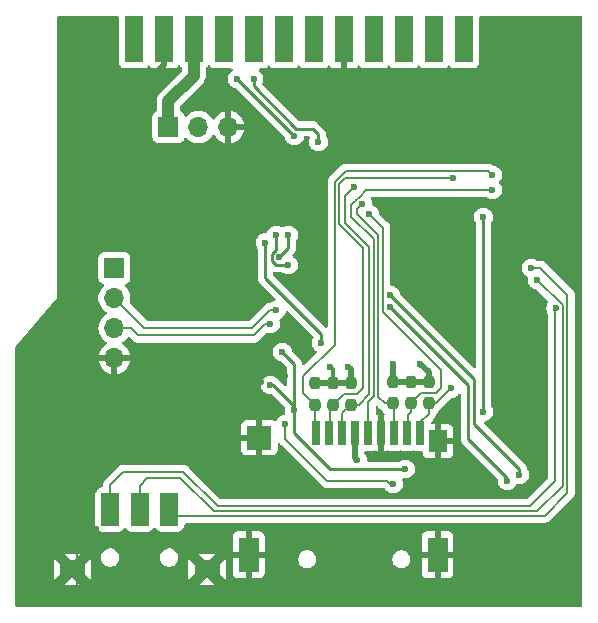
<source format=gbl>
%TF.GenerationSoftware,KiCad,Pcbnew,9.0.0-9.0.0-2~ubuntu24.04.1*%
%TF.CreationDate,2025-03-07T10:50:57+01:00*%
%TF.ProjectId,SensorBoard,53656e73-6f72-4426-9f61-72642e6b6963,rev?*%
%TF.SameCoordinates,Original*%
%TF.FileFunction,Copper,L2,Bot*%
%TF.FilePolarity,Positive*%
%FSLAX46Y46*%
G04 Gerber Fmt 4.6, Leading zero omitted, Abs format (unit mm)*
G04 Created by KiCad (PCBNEW 9.0.0-9.0.0-2~ubuntu24.04.1) date 2025-03-07 10:50:57*
%MOMM*%
%LPD*%
G01*
G04 APERTURE LIST*
G04 Aperture macros list*
%AMRoundRect*
0 Rectangle with rounded corners*
0 $1 Rounding radius*
0 $2 $3 $4 $5 $6 $7 $8 $9 X,Y pos of 4 corners*
0 Add a 4 corners polygon primitive as box body*
4,1,4,$2,$3,$4,$5,$6,$7,$8,$9,$2,$3,0*
0 Add four circle primitives for the rounded corners*
1,1,$1+$1,$2,$3*
1,1,$1+$1,$4,$5*
1,1,$1+$1,$6,$7*
1,1,$1+$1,$8,$9*
0 Add four rect primitives between the rounded corners*
20,1,$1+$1,$2,$3,$4,$5,0*
20,1,$1+$1,$4,$5,$6,$7,0*
20,1,$1+$1,$6,$7,$8,$9,0*
20,1,$1+$1,$8,$9,$2,$3,0*%
G04 Aperture macros list end*
%TA.AperFunction,Conductor*%
%ADD10C,0.200000*%
%TD*%
%TA.AperFunction,HeatsinkPad*%
%ADD11C,0.600000*%
%TD*%
%TA.AperFunction,ComponentPad*%
%ADD12R,1.700000X1.700000*%
%TD*%
%TA.AperFunction,ComponentPad*%
%ADD13O,1.700000X1.700000*%
%TD*%
%TA.AperFunction,SMDPad,CuDef*%
%ADD14R,1.500000X4.000000*%
%TD*%
%TA.AperFunction,SMDPad,CuDef*%
%ADD15RoundRect,0.237500X0.237500X-0.250000X0.237500X0.250000X-0.237500X0.250000X-0.237500X-0.250000X0*%
%TD*%
%TA.AperFunction,SMDPad,CuDef*%
%ADD16RoundRect,0.240000X-0.560000X-0.560000X0.560000X-0.560000X0.560000X0.560000X-0.560000X0.560000X0*%
%TD*%
%TA.AperFunction,SMDPad,CuDef*%
%ADD17RoundRect,0.240000X-0.560000X-0.710000X0.560000X-0.710000X0.560000X0.710000X-0.560000X0.710000X0*%
%TD*%
%TA.AperFunction,SMDPad,CuDef*%
%ADD18R,0.700000X2.000000*%
%TD*%
%TA.AperFunction,SMDPad,CuDef*%
%ADD19R,1.600000X1.900000*%
%TD*%
%TA.AperFunction,SMDPad,CuDef*%
%ADD20R,1.700000X3.000000*%
%TD*%
%TA.AperFunction,SMDPad,CuDef*%
%ADD21R,2.100000X2.000000*%
%TD*%
%TA.AperFunction,ViaPad*%
%ADD22C,0.600000*%
%TD*%
%TA.AperFunction,Conductor*%
%ADD23C,0.500000*%
%TD*%
%TA.AperFunction,Conductor*%
%ADD24C,0.250000*%
%TD*%
%TA.AperFunction,Conductor*%
%ADD25C,0.300000*%
%TD*%
%TA.AperFunction,Conductor*%
%ADD26C,1.000000*%
%TD*%
G04 APERTURE END LIST*
D10*
X144491000Y-135882000D02*
X156291000Y-135882000D01*
X156291000Y-139882000D01*
X144491000Y-139882000D01*
X144491000Y-135882000D01*
D11*
X175333000Y-114256000D03*
X175333000Y-112856000D03*
X174633000Y-114956000D03*
X174633000Y-113556000D03*
X174633000Y-112156000D03*
X173933000Y-114256000D03*
X173933000Y-112856000D03*
X173233000Y-114956000D03*
X173233000Y-113556000D03*
X173233000Y-112156000D03*
X172533000Y-114256000D03*
X172533000Y-112856000D03*
D12*
X152227000Y-100322000D03*
D13*
X154767000Y-100322000D03*
X157307000Y-100322000D03*
D14*
X149305000Y-92870000D03*
X151845000Y-92870000D03*
X154385000Y-92870000D03*
X156925000Y-92870000D03*
X159465000Y-92870000D03*
X162005000Y-92870000D03*
X164545000Y-92870000D03*
X167085000Y-92870000D03*
X169625000Y-92870000D03*
X172165000Y-92870000D03*
X174705000Y-92870000D03*
X177245000Y-92870000D03*
D15*
X172729000Y-123726500D03*
X172729000Y-121901500D03*
D16*
X143796982Y-137783025D03*
X144396982Y-137783025D03*
X155196982Y-137783025D03*
X155796982Y-137783025D03*
D17*
X147296982Y-132283025D03*
X147296982Y-133133025D03*
X149796982Y-132283025D03*
X149796982Y-133133025D03*
X152296982Y-132283025D03*
X152296982Y-133133025D03*
D15*
X167649000Y-123830000D03*
X167649000Y-122005000D03*
D12*
X147655000Y-112270000D03*
D13*
X147655000Y-114810000D03*
X147655000Y-117350000D03*
X147655000Y-119890000D03*
D15*
X174253000Y-123726500D03*
X174253000Y-121901500D03*
X164651800Y-123828100D03*
X164651800Y-122003100D03*
D18*
X164763000Y-126230000D03*
X165863000Y-126230000D03*
X166963000Y-126230000D03*
X168063000Y-126230000D03*
X169163000Y-126230000D03*
X170263000Y-126230000D03*
X171363000Y-126230000D03*
X172463000Y-126230000D03*
X173563000Y-126230000D03*
D19*
X175063000Y-126930000D03*
D20*
X175013000Y-136530000D03*
D21*
X159913000Y-126630000D03*
D20*
X159013000Y-136530000D03*
D15*
X171205000Y-123726500D03*
X171205000Y-121901500D03*
X166150400Y-123830000D03*
X166150400Y-122005000D03*
D22*
X175087000Y-96004000D03*
X176611000Y-130548000D03*
X153278000Y-108719500D03*
X178643000Y-137406000D03*
X155783000Y-135882000D03*
X182961000Y-120896000D03*
X154259000Y-115308000D03*
X166197000Y-97274000D03*
X165181000Y-134612000D03*
X145877000Y-129278000D03*
X146131000Y-134358000D03*
X168483000Y-135882000D03*
X156291000Y-111752000D03*
X160101000Y-121912000D03*
X161625000Y-124198000D03*
X152989000Y-120896000D03*
X156037000Y-127500000D03*
X162133000Y-121404000D03*
X150957000Y-125214000D03*
X183977000Y-115308000D03*
X158069000Y-116070000D03*
X179405000Y-102481000D03*
X158069000Y-96258000D03*
X162895000Y-101083000D03*
X173563000Y-120388000D03*
X168229000Y-128516000D03*
X165943000Y-120642000D03*
X167467000Y-120642000D03*
X171277000Y-120388000D03*
X164927000Y-101592000D03*
X159465000Y-96258000D03*
X179659000Y-104386000D03*
X176357000Y-104640000D03*
X167975000Y-105402000D03*
X168657319Y-106834000D03*
X169245000Y-107688000D03*
X176146265Y-122463265D03*
X180929000Y-130294000D03*
X171008000Y-115562000D03*
X171023000Y-114546000D03*
X181945000Y-129786000D03*
X182961000Y-112260000D03*
X179659000Y-105656000D03*
X183469000Y-113276000D03*
X178897000Y-107942000D03*
X178897000Y-124452000D03*
X185008000Y-115688057D03*
X160412000Y-110118500D03*
X165181000Y-118610000D03*
X161625000Y-111368500D03*
X162387000Y-109466000D03*
X162387000Y-112006000D03*
X161371000Y-109466000D03*
X160863000Y-122166000D03*
X172293000Y-129278000D03*
X162895000Y-124325000D03*
X161879000Y-119372000D03*
X171277000Y-130548000D03*
X162133000Y-125468000D03*
X161371000Y-115816000D03*
X160863000Y-116996735D03*
D23*
X151845000Y-92870000D02*
X151845000Y-95116000D01*
X167085000Y-96386000D02*
X166197000Y-97274000D01*
X167085000Y-92870000D02*
X167085000Y-96386000D01*
X151845000Y-95116000D02*
X150195000Y-96766000D01*
D24*
X160864000Y-99052000D02*
X160863000Y-99052000D01*
X162895000Y-101083000D02*
X160864000Y-99052000D01*
X160863000Y-99052000D02*
X158069000Y-96258000D01*
D23*
X174253000Y-121901500D02*
X171205000Y-121901500D01*
X174253000Y-121078000D02*
X173563000Y-120388000D01*
X174253000Y-121901500D02*
X174253000Y-121078000D01*
D25*
X166150400Y-122005000D02*
X166150400Y-120849400D01*
D23*
X167647100Y-122003100D02*
X167649000Y-122005000D01*
X171205000Y-121901500D02*
X171205000Y-120460000D01*
X167649000Y-120824000D02*
X167467000Y-120642000D01*
D26*
X154385000Y-92870000D02*
X154385000Y-96005000D01*
D23*
X171205000Y-120460000D02*
X171277000Y-120388000D01*
X168063000Y-126230000D02*
X168063000Y-128350000D01*
D26*
X154385000Y-96005000D02*
X152227000Y-98163000D01*
D23*
X164651800Y-122003100D02*
X167647100Y-122003100D01*
X168063000Y-128350000D02*
X168229000Y-128516000D01*
X167649000Y-122005000D02*
X167649000Y-120824000D01*
D26*
X152227000Y-98163000D02*
X152227000Y-100322000D01*
D25*
X166150400Y-120849400D02*
X165943000Y-120642000D01*
D24*
X164428000Y-100458000D02*
X163031000Y-100458000D01*
X163031000Y-100458000D02*
X159465000Y-96892000D01*
X159465000Y-96892000D02*
X159465000Y-96258000D01*
X164927000Y-101592000D02*
X164927000Y-100957000D01*
X164927000Y-100957000D02*
X164428000Y-100458000D01*
D10*
X179659000Y-104386000D02*
X179312000Y-104039000D01*
X166304000Y-118757000D02*
X163657000Y-121404000D01*
X163657000Y-122833300D02*
X164651800Y-123828100D01*
X164651800Y-123828100D02*
X164651800Y-126118800D01*
X164651800Y-126118800D02*
X164763000Y-126230000D01*
X167246900Y-104039000D02*
X166304000Y-104981900D01*
X179312000Y-104039000D02*
X167246900Y-104039000D01*
X163657000Y-121404000D02*
X163657000Y-122833300D01*
X166304000Y-104981900D02*
X166304000Y-118757000D01*
X167052400Y-122928000D02*
X168232317Y-122928000D01*
X166705000Y-105148000D02*
X167213000Y-104640000D01*
X166150400Y-123830000D02*
X165871000Y-124109400D01*
X166705000Y-108509100D02*
X166705000Y-105148000D01*
X165871000Y-124109400D02*
X165871000Y-126222000D01*
X168232317Y-122928000D02*
X168737000Y-122423317D01*
X168737000Y-122423317D02*
X168737000Y-110541100D01*
X166150400Y-123830000D02*
X167052400Y-122928000D01*
X165871000Y-126222000D02*
X165863000Y-126230000D01*
X168737000Y-110541100D02*
X166705000Y-108509100D01*
X167213000Y-104640000D02*
X176357000Y-104640000D01*
X169205000Y-110442000D02*
X169205000Y-122968000D01*
X169205000Y-122968000D02*
X168343000Y-123830000D01*
X167649000Y-123830000D02*
X166963000Y-124516000D01*
X166963000Y-124516000D02*
X166963000Y-126230000D01*
X167975000Y-105402000D02*
X167213000Y-106164000D01*
X167213000Y-108450000D02*
X169205000Y-110442000D01*
X168343000Y-123830000D02*
X167649000Y-123830000D01*
X167213000Y-106164000D02*
X167213000Y-108450000D01*
X168657319Y-106834000D02*
X168657319Y-106835416D01*
X170007000Y-123182000D02*
X170551500Y-123726500D01*
X170007000Y-109466000D02*
X170007000Y-123182000D01*
X168229000Y-107263735D02*
X168229000Y-107688000D01*
X171332000Y-123853500D02*
X171332000Y-126199000D01*
X168657319Y-106835416D02*
X168229000Y-107263735D01*
X168229000Y-107688000D02*
X170007000Y-109466000D01*
X171332000Y-126199000D02*
X171363000Y-126230000D01*
X170551500Y-123726500D02*
X171205000Y-123726500D01*
X172729000Y-123726500D02*
X172729000Y-124465000D01*
X172729000Y-124465000D02*
X172475000Y-124719000D01*
X174919457Y-122841543D02*
X173613957Y-122841543D01*
X169245000Y-107688000D02*
X170408000Y-108851000D01*
X172475000Y-126218000D02*
X172463000Y-126230000D01*
X173613957Y-122841543D02*
X172729000Y-123726500D01*
X170408000Y-108851000D02*
X170408000Y-115963000D01*
X170408000Y-115963000D02*
X175341000Y-120896000D01*
X172475000Y-124719000D02*
X172475000Y-126218000D01*
X175341000Y-122420000D02*
X174919457Y-122841543D01*
X175341000Y-120896000D02*
X175341000Y-122420000D01*
X173563000Y-125311500D02*
X174253000Y-124621500D01*
X173563000Y-126230000D02*
X173563000Y-125311500D01*
X174253000Y-124621500D02*
X174253000Y-123726500D01*
X174883030Y-123726500D02*
X174253000Y-123726500D01*
X176146265Y-122463265D02*
X174883030Y-123726500D01*
D24*
X180929000Y-130040000D02*
X180929000Y-130294000D01*
X177627000Y-122166000D02*
X177627000Y-126738000D01*
X171023000Y-115562000D02*
X177627000Y-122166000D01*
X177627000Y-126738000D02*
X180929000Y-130040000D01*
X171008000Y-115562000D02*
X171023000Y-115562000D01*
X171023000Y-114546000D02*
X178135000Y-121658000D01*
X181945000Y-129278000D02*
X181945000Y-129786000D01*
X178135000Y-121658000D02*
X178135000Y-125468000D01*
X178135000Y-125468000D02*
X181945000Y-129278000D01*
D10*
X183723000Y-112260000D02*
X182961000Y-112260000D01*
X184071000Y-133248000D02*
X186009000Y-131310000D01*
X186009000Y-114546000D02*
X183723000Y-112260000D01*
X152891000Y-133248000D02*
X184071000Y-133248000D01*
X186009000Y-131310000D02*
X186009000Y-114546000D01*
X169606000Y-109827000D02*
X167721000Y-107942000D01*
X168056319Y-106586473D02*
X168056319Y-106585057D01*
X169606000Y-123015900D02*
X169606000Y-110275900D01*
X169606000Y-123134100D02*
X169606000Y-123015900D01*
X168409792Y-106233000D02*
X168986792Y-105656000D01*
X168408376Y-106233000D02*
X168409792Y-106233000D01*
X169606000Y-110275900D02*
X169606000Y-109827000D01*
X167721000Y-107942000D02*
X167721000Y-106921792D01*
X168056319Y-106585057D02*
X168408376Y-106233000D01*
X169163000Y-123577100D02*
X169606000Y-123134100D01*
X169163000Y-126230000D02*
X169163000Y-123577100D01*
X167721000Y-106921792D02*
X168056319Y-106586473D01*
X168986792Y-105656000D02*
X179659000Y-105656000D01*
X153243000Y-130040000D02*
X156050000Y-132847000D01*
X149796982Y-132283025D02*
X149796982Y-130692018D01*
X183456000Y-132847000D02*
X185608000Y-130695000D01*
X185608000Y-115415000D02*
X183469000Y-113276000D01*
X185608000Y-130695000D02*
X185608000Y-115415000D01*
X149796982Y-130692018D02*
X150449000Y-130040000D01*
X156050000Y-132847000D02*
X183456000Y-132847000D01*
X150449000Y-130040000D02*
X153243000Y-130040000D01*
D24*
X178897000Y-124452000D02*
X178897000Y-107942000D01*
D10*
X184993000Y-130294000D02*
X184993000Y-115688057D01*
X182841000Y-132446000D02*
X184993000Y-130294000D01*
X184993000Y-115688057D02*
X185008000Y-115688057D01*
X148417000Y-129532000D02*
X153497000Y-129532000D01*
X153497000Y-129532000D02*
X156411000Y-132446000D01*
X147296982Y-130652018D02*
X148417000Y-129532000D01*
X147296982Y-132283025D02*
X147296982Y-130652018D01*
X156411000Y-132446000D02*
X182841000Y-132446000D01*
D24*
X160412000Y-113082702D02*
X165181000Y-117851702D01*
X165181000Y-117851702D02*
X165181000Y-118610000D01*
X160412000Y-110118500D02*
X160412000Y-113082702D01*
X162387000Y-110606500D02*
X162387000Y-109466000D01*
X161625000Y-111368500D02*
X162387000Y-110606500D01*
X161365702Y-110742500D02*
X161371000Y-110742500D01*
X162387000Y-112006000D02*
X161371000Y-112006000D01*
X160999000Y-111627798D02*
X160999000Y-111109202D01*
X161365702Y-111994500D02*
X160999000Y-111627798D01*
X161371000Y-111994500D02*
X161365702Y-111994500D01*
X161371000Y-112006000D02*
X161371000Y-111994500D01*
X160999000Y-111109202D02*
X161365702Y-110742500D01*
X161371000Y-110742500D02*
X161371000Y-109466000D01*
X162895000Y-123944000D02*
X162895000Y-124198000D01*
X160863000Y-122166000D02*
X161117000Y-122166000D01*
X162895000Y-124198000D02*
X162895000Y-126230000D01*
D10*
X162895000Y-124325000D02*
X162895000Y-123944000D01*
D24*
X162895000Y-126230000D02*
X165943000Y-129278000D01*
X162895000Y-123944000D02*
X162895000Y-120388000D01*
X161117000Y-122166000D02*
X162895000Y-123944000D01*
X162895000Y-120388000D02*
X161879000Y-119372000D01*
X165943000Y-129278000D02*
X172293000Y-129278000D01*
D10*
X162133000Y-126738000D02*
X162133000Y-125468000D01*
X171277000Y-130548000D02*
X171023000Y-130548000D01*
X165689000Y-130294000D02*
X162133000Y-126738000D01*
X171023000Y-130548000D02*
X170769000Y-130294000D01*
X170769000Y-130294000D02*
X165689000Y-130294000D01*
X150185000Y-117340000D02*
X147655000Y-114810000D01*
X161371000Y-115816000D02*
X160863000Y-115816000D01*
X160863000Y-115816000D02*
X159339000Y-117340000D01*
X159339000Y-117340000D02*
X150185000Y-117340000D01*
X147665000Y-117340000D02*
X147655000Y-117350000D01*
X149687000Y-117975000D02*
X149052000Y-117340000D01*
X160863000Y-116996735D02*
X160444265Y-116996735D01*
X159466000Y-117975000D02*
X149687000Y-117975000D01*
X160444265Y-116996735D02*
X159466000Y-117975000D01*
X149052000Y-117340000D02*
X147665000Y-117340000D01*
%TA.AperFunction,Conductor*%
G36*
X147997539Y-90943685D02*
G01*
X148043294Y-90996489D01*
X148054500Y-91048000D01*
X148054500Y-94917870D01*
X148054501Y-94917876D01*
X148060908Y-94977483D01*
X148111202Y-95112328D01*
X148111206Y-95112335D01*
X148197452Y-95227544D01*
X148197455Y-95227547D01*
X148312664Y-95313793D01*
X148312671Y-95313797D01*
X148447517Y-95364091D01*
X148447516Y-95364091D01*
X148454444Y-95364835D01*
X148507127Y-95370500D01*
X150102872Y-95370499D01*
X150162483Y-95364091D01*
X150297331Y-95313796D01*
X150412546Y-95227546D01*
X150476047Y-95142719D01*
X150531979Y-95100850D01*
X150601671Y-95095866D01*
X150662994Y-95129351D01*
X150674579Y-95142721D01*
X150737813Y-95227190D01*
X150852906Y-95313350D01*
X150852913Y-95313354D01*
X150987620Y-95363596D01*
X150987627Y-95363598D01*
X151047155Y-95369999D01*
X151047172Y-95370000D01*
X152642828Y-95370000D01*
X152642844Y-95369999D01*
X152702372Y-95363598D01*
X152702379Y-95363596D01*
X152837086Y-95313354D01*
X152837093Y-95313350D01*
X152952186Y-95227191D01*
X153015420Y-95142722D01*
X153030814Y-95131197D01*
X153042691Y-95116075D01*
X153058206Y-95110693D01*
X153071354Y-95100851D01*
X153090534Y-95099479D01*
X153108703Y-95093177D01*
X153124666Y-95097038D01*
X153141046Y-95095867D01*
X153157923Y-95105083D01*
X153176614Y-95109604D01*
X153193290Y-95124394D01*
X153202369Y-95129352D01*
X153204372Y-95131402D01*
X153209505Y-95136778D01*
X153277454Y-95227546D01*
X153343068Y-95276664D01*
X153350185Y-95284118D01*
X153361674Y-95306368D01*
X153376682Y-95326415D01*
X153379181Y-95340270D01*
X153382243Y-95346199D01*
X153381556Y-95353436D01*
X153384500Y-95369749D01*
X153384500Y-95539217D01*
X153364815Y-95606256D01*
X153348181Y-95626898D01*
X152483590Y-96491489D01*
X151589221Y-97385858D01*
X151589218Y-97385861D01*
X151519538Y-97455540D01*
X151449859Y-97525219D01*
X151340371Y-97689079D01*
X151340364Y-97689092D01*
X151264950Y-97871160D01*
X151264947Y-97871170D01*
X151226500Y-98064456D01*
X151226500Y-98907858D01*
X151206815Y-98974897D01*
X151154011Y-99020652D01*
X151145847Y-99024034D01*
X151134669Y-99028204D01*
X151134664Y-99028206D01*
X151019455Y-99114452D01*
X151019452Y-99114455D01*
X150933206Y-99229664D01*
X150933202Y-99229671D01*
X150882908Y-99364517D01*
X150876501Y-99424116D01*
X150876500Y-99424135D01*
X150876500Y-101219870D01*
X150876501Y-101219876D01*
X150882908Y-101279483D01*
X150933202Y-101414328D01*
X150933206Y-101414335D01*
X151019452Y-101529544D01*
X151019455Y-101529547D01*
X151134664Y-101615793D01*
X151134671Y-101615797D01*
X151269517Y-101666091D01*
X151269516Y-101666091D01*
X151276444Y-101666835D01*
X151329127Y-101672500D01*
X153124872Y-101672499D01*
X153184483Y-101666091D01*
X153319331Y-101615796D01*
X153434546Y-101529546D01*
X153520796Y-101414331D01*
X153569810Y-101282916D01*
X153611681Y-101226984D01*
X153677145Y-101202566D01*
X153745418Y-101217417D01*
X153773673Y-101238569D01*
X153887213Y-101352109D01*
X154059179Y-101477048D01*
X154059181Y-101477049D01*
X154059184Y-101477051D01*
X154248588Y-101573557D01*
X154450757Y-101639246D01*
X154660713Y-101672500D01*
X154660714Y-101672500D01*
X154873286Y-101672500D01*
X154873287Y-101672500D01*
X155083243Y-101639246D01*
X155285412Y-101573557D01*
X155474816Y-101477051D01*
X155561138Y-101414335D01*
X155646786Y-101352109D01*
X155646788Y-101352106D01*
X155646792Y-101352104D01*
X155797104Y-101201792D01*
X155797106Y-101201788D01*
X155797109Y-101201786D01*
X155882259Y-101084585D01*
X155922051Y-101029816D01*
X155926793Y-101020508D01*
X155974763Y-100969711D01*
X156042583Y-100952911D01*
X156108719Y-100975445D01*
X156147763Y-101020500D01*
X156152377Y-101029555D01*
X156277272Y-101201459D01*
X156277276Y-101201464D01*
X156427535Y-101351723D01*
X156427540Y-101351727D01*
X156599442Y-101476620D01*
X156788782Y-101573095D01*
X156990871Y-101638757D01*
X157057000Y-101649231D01*
X157057000Y-100755012D01*
X157114007Y-100787925D01*
X157241174Y-100822000D01*
X157372826Y-100822000D01*
X157499993Y-100787925D01*
X157557000Y-100755012D01*
X157557000Y-101649230D01*
X157623126Y-101638757D01*
X157623129Y-101638757D01*
X157825217Y-101573095D01*
X158014557Y-101476620D01*
X158186459Y-101351727D01*
X158186464Y-101351723D01*
X158336723Y-101201464D01*
X158336727Y-101201459D01*
X158461620Y-101029557D01*
X158558095Y-100840217D01*
X158623757Y-100638129D01*
X158623757Y-100638126D01*
X158634231Y-100572000D01*
X157740012Y-100572000D01*
X157772925Y-100514993D01*
X157807000Y-100387826D01*
X157807000Y-100256174D01*
X157772925Y-100129007D01*
X157740012Y-100072000D01*
X158634231Y-100072000D01*
X158623757Y-100005873D01*
X158623757Y-100005870D01*
X158558095Y-99803782D01*
X158461620Y-99614442D01*
X158336727Y-99442540D01*
X158336723Y-99442535D01*
X158186464Y-99292276D01*
X158186459Y-99292272D01*
X158014557Y-99167379D01*
X157825215Y-99070903D01*
X157623124Y-99005241D01*
X157557000Y-98994768D01*
X157557000Y-99888988D01*
X157499993Y-99856075D01*
X157372826Y-99822000D01*
X157241174Y-99822000D01*
X157114007Y-99856075D01*
X157057000Y-99888988D01*
X157057000Y-98994768D01*
X157056999Y-98994768D01*
X156990875Y-99005241D01*
X156788784Y-99070903D01*
X156599442Y-99167379D01*
X156427540Y-99292272D01*
X156427535Y-99292276D01*
X156277276Y-99442535D01*
X156277272Y-99442540D01*
X156152378Y-99614443D01*
X156147762Y-99623502D01*
X156099784Y-99674295D01*
X156031963Y-99691087D01*
X155965829Y-99668546D01*
X155926794Y-99623493D01*
X155922051Y-99614184D01*
X155922049Y-99614181D01*
X155922048Y-99614179D01*
X155797109Y-99442213D01*
X155646786Y-99291890D01*
X155474820Y-99166951D01*
X155285414Y-99070444D01*
X155285413Y-99070443D01*
X155285412Y-99070443D01*
X155083243Y-99004754D01*
X155083241Y-99004753D01*
X155083240Y-99004753D01*
X154921957Y-98979208D01*
X154873287Y-98971500D01*
X154660713Y-98971500D01*
X154612042Y-98979208D01*
X154450760Y-99004753D01*
X154248585Y-99070444D01*
X154059179Y-99166951D01*
X153887215Y-99291889D01*
X153773673Y-99405431D01*
X153712350Y-99438915D01*
X153642658Y-99433931D01*
X153586725Y-99392059D01*
X153569810Y-99361082D01*
X153520797Y-99229671D01*
X153520793Y-99229664D01*
X153434547Y-99114455D01*
X153434544Y-99114452D01*
X153319335Y-99028206D01*
X153319332Y-99028205D01*
X153319331Y-99028204D01*
X153308161Y-99024038D01*
X153252231Y-98982166D01*
X153227816Y-98916701D01*
X153227500Y-98907858D01*
X153227500Y-98628781D01*
X153247185Y-98561742D01*
X153263814Y-98541105D01*
X155022778Y-96782141D01*
X155022782Y-96782139D01*
X155162139Y-96642782D01*
X155271632Y-96478914D01*
X155347051Y-96296835D01*
X155385500Y-96103541D01*
X155385500Y-95369749D01*
X155405185Y-95302710D01*
X155419840Y-95284092D01*
X155426946Y-95276653D01*
X155492546Y-95227546D01*
X155560199Y-95137172D01*
X155565340Y-95131792D01*
X155589419Y-95117920D01*
X155611666Y-95101267D01*
X155619274Y-95100722D01*
X155625883Y-95096916D01*
X155653640Y-95098265D01*
X155681358Y-95096283D01*
X155688051Y-95099937D01*
X155695670Y-95100308D01*
X155718293Y-95116451D01*
X155742681Y-95129768D01*
X155751957Y-95140472D01*
X155752545Y-95140892D01*
X155752736Y-95141371D01*
X155754260Y-95143130D01*
X155817454Y-95227546D01*
X155817457Y-95227548D01*
X155932664Y-95313793D01*
X155932671Y-95313797D01*
X156067517Y-95364091D01*
X156067516Y-95364091D01*
X156074444Y-95364835D01*
X156127127Y-95370500D01*
X157547602Y-95370499D01*
X157614641Y-95390184D01*
X157660396Y-95442987D01*
X157670340Y-95512146D01*
X157641315Y-95575702D01*
X157616494Y-95597600D01*
X157558713Y-95636208D01*
X157558707Y-95636213D01*
X157447213Y-95747707D01*
X157447210Y-95747711D01*
X157359609Y-95878814D01*
X157359602Y-95878827D01*
X157299264Y-96024498D01*
X157299261Y-96024510D01*
X157268500Y-96179153D01*
X157268500Y-96336846D01*
X157299261Y-96491489D01*
X157299264Y-96491501D01*
X157359602Y-96637172D01*
X157359609Y-96637185D01*
X157447210Y-96768288D01*
X157447213Y-96768292D01*
X157558707Y-96879786D01*
X157558711Y-96879789D01*
X157689814Y-96967390D01*
X157689827Y-96967397D01*
X157777230Y-97003599D01*
X157835503Y-97027737D01*
X157946716Y-97049858D01*
X158008623Y-97082241D01*
X158010203Y-97083793D01*
X160464263Y-99537855D01*
X160465139Y-99538574D01*
X160474160Y-99546750D01*
X162069205Y-101141795D01*
X162102690Y-101203118D01*
X162103141Y-101205285D01*
X162125261Y-101316489D01*
X162125264Y-101316501D01*
X162185602Y-101462172D01*
X162185609Y-101462185D01*
X162273210Y-101593288D01*
X162273213Y-101593292D01*
X162384707Y-101704786D01*
X162384711Y-101704789D01*
X162515814Y-101792390D01*
X162515827Y-101792397D01*
X162661498Y-101852735D01*
X162661503Y-101852737D01*
X162816153Y-101883499D01*
X162816156Y-101883500D01*
X162816158Y-101883500D01*
X162973844Y-101883500D01*
X162973845Y-101883499D01*
X163128497Y-101852737D01*
X163274179Y-101792394D01*
X163405289Y-101704789D01*
X163516789Y-101593289D01*
X163604394Y-101462179D01*
X163664737Y-101316497D01*
X163680238Y-101238569D01*
X163691231Y-101183308D01*
X163723616Y-101121397D01*
X163784332Y-101086823D01*
X163812848Y-101083500D01*
X164085594Y-101083500D01*
X164152633Y-101103185D01*
X164198388Y-101155989D01*
X164208332Y-101225147D01*
X164200156Y-101254949D01*
X164189994Y-101279483D01*
X164157263Y-101358502D01*
X164157261Y-101358510D01*
X164126500Y-101513153D01*
X164126500Y-101670846D01*
X164157261Y-101825489D01*
X164157264Y-101825501D01*
X164217602Y-101971172D01*
X164217609Y-101971185D01*
X164305210Y-102102288D01*
X164305213Y-102102292D01*
X164416707Y-102213786D01*
X164416711Y-102213789D01*
X164547814Y-102301390D01*
X164547827Y-102301397D01*
X164693498Y-102361735D01*
X164693503Y-102361737D01*
X164848153Y-102392499D01*
X164848156Y-102392500D01*
X164848158Y-102392500D01*
X165005844Y-102392500D01*
X165005845Y-102392499D01*
X165160497Y-102361737D01*
X165306179Y-102301394D01*
X165437289Y-102213789D01*
X165548789Y-102102289D01*
X165636394Y-101971179D01*
X165696737Y-101825497D01*
X165727500Y-101670842D01*
X165727500Y-101513158D01*
X165727500Y-101513155D01*
X165727499Y-101513153D01*
X165717361Y-101462185D01*
X165696737Y-101358503D01*
X165694089Y-101352109D01*
X165636397Y-101212828D01*
X165636396Y-101212827D01*
X165636394Y-101212821D01*
X165573397Y-101118539D01*
X165567747Y-101100494D01*
X165557523Y-101084585D01*
X165553071Y-101053623D01*
X165552520Y-101051863D01*
X165552500Y-101049650D01*
X165552500Y-101024741D01*
X165552501Y-101024720D01*
X165552501Y-100895392D01*
X165541525Y-100840217D01*
X165530883Y-100786715D01*
X165528463Y-100774548D01*
X165491067Y-100684267D01*
X165481312Y-100660715D01*
X165412858Y-100558267D01*
X165412855Y-100558263D01*
X164923822Y-100069232D01*
X164913859Y-100059269D01*
X164913858Y-100059267D01*
X164826733Y-99972142D01*
X164775509Y-99937915D01*
X164724286Y-99903688D01*
X164724283Y-99903686D01*
X164724280Y-99903685D01*
X164650603Y-99873168D01*
X164650601Y-99873167D01*
X164643792Y-99870347D01*
X164610452Y-99856537D01*
X164550029Y-99844518D01*
X164545306Y-99843578D01*
X164545304Y-99843578D01*
X164489610Y-99832500D01*
X164489607Y-99832500D01*
X164489606Y-99832500D01*
X163341453Y-99832500D01*
X163274414Y-99812815D01*
X163253772Y-99796181D01*
X160209659Y-96752069D01*
X160176174Y-96690746D01*
X160181158Y-96621054D01*
X160182779Y-96616935D01*
X160234737Y-96491497D01*
X160265500Y-96336842D01*
X160265500Y-96179158D01*
X160265500Y-96179155D01*
X160265499Y-96179153D01*
X160234738Y-96024510D01*
X160234737Y-96024503D01*
X160234735Y-96024498D01*
X160174397Y-95878827D01*
X160174390Y-95878814D01*
X160086789Y-95747711D01*
X160086786Y-95747707D01*
X159975292Y-95636213D01*
X159975288Y-95636210D01*
X159917506Y-95597601D01*
X159872701Y-95543989D01*
X159863994Y-95474664D01*
X159894149Y-95411636D01*
X159953592Y-95374917D01*
X159986395Y-95370499D01*
X160262872Y-95370499D01*
X160322483Y-95364091D01*
X160457331Y-95313796D01*
X160572546Y-95227546D01*
X160635734Y-95143136D01*
X160691667Y-95101267D01*
X160761359Y-95096283D01*
X160822682Y-95129768D01*
X160834260Y-95143130D01*
X160897454Y-95227546D01*
X160897457Y-95227548D01*
X161012664Y-95313793D01*
X161012671Y-95313797D01*
X161147517Y-95364091D01*
X161147516Y-95364091D01*
X161154444Y-95364835D01*
X161207127Y-95370500D01*
X162802872Y-95370499D01*
X162862483Y-95364091D01*
X162997331Y-95313796D01*
X163112546Y-95227546D01*
X163175734Y-95143136D01*
X163231667Y-95101267D01*
X163301359Y-95096283D01*
X163362682Y-95129768D01*
X163374260Y-95143130D01*
X163437454Y-95227546D01*
X163437457Y-95227548D01*
X163552664Y-95313793D01*
X163552671Y-95313797D01*
X163687517Y-95364091D01*
X163687516Y-95364091D01*
X163694444Y-95364835D01*
X163747127Y-95370500D01*
X165342872Y-95370499D01*
X165402483Y-95364091D01*
X165537331Y-95313796D01*
X165652546Y-95227546D01*
X165716047Y-95142719D01*
X165771979Y-95100850D01*
X165841671Y-95095866D01*
X165902994Y-95129351D01*
X165914579Y-95142721D01*
X165977813Y-95227190D01*
X166092906Y-95313350D01*
X166092913Y-95313354D01*
X166227620Y-95363596D01*
X166227627Y-95363598D01*
X166287155Y-95369999D01*
X166287172Y-95370000D01*
X167882828Y-95370000D01*
X167882844Y-95369999D01*
X167942372Y-95363598D01*
X167942379Y-95363596D01*
X168077086Y-95313354D01*
X168077093Y-95313350D01*
X168192187Y-95227190D01*
X168192188Y-95227189D01*
X168255420Y-95142722D01*
X168311353Y-95100850D01*
X168381045Y-95095866D01*
X168442368Y-95129351D01*
X168453953Y-95142720D01*
X168454266Y-95143138D01*
X168517187Y-95227190D01*
X168517455Y-95227547D01*
X168632664Y-95313793D01*
X168632671Y-95313797D01*
X168767517Y-95364091D01*
X168767516Y-95364091D01*
X168774444Y-95364835D01*
X168827127Y-95370500D01*
X170422872Y-95370499D01*
X170482483Y-95364091D01*
X170617331Y-95313796D01*
X170732546Y-95227546D01*
X170795734Y-95143136D01*
X170851667Y-95101267D01*
X170921359Y-95096283D01*
X170982682Y-95129768D01*
X170994260Y-95143130D01*
X171057454Y-95227546D01*
X171057457Y-95227548D01*
X171172664Y-95313793D01*
X171172671Y-95313797D01*
X171307517Y-95364091D01*
X171307516Y-95364091D01*
X171314444Y-95364835D01*
X171367127Y-95370500D01*
X172962872Y-95370499D01*
X173022483Y-95364091D01*
X173157331Y-95313796D01*
X173272546Y-95227546D01*
X173335734Y-95143136D01*
X173391667Y-95101267D01*
X173461359Y-95096283D01*
X173522682Y-95129768D01*
X173534260Y-95143130D01*
X173597454Y-95227546D01*
X173597457Y-95227548D01*
X173712664Y-95313793D01*
X173712671Y-95313797D01*
X173847517Y-95364091D01*
X173847516Y-95364091D01*
X173854444Y-95364835D01*
X173907127Y-95370500D01*
X175502872Y-95370499D01*
X175562483Y-95364091D01*
X175697331Y-95313796D01*
X175812546Y-95227546D01*
X175875734Y-95143136D01*
X175931667Y-95101267D01*
X176001359Y-95096283D01*
X176062682Y-95129768D01*
X176074260Y-95143130D01*
X176137454Y-95227546D01*
X176137457Y-95227548D01*
X176252664Y-95313793D01*
X176252671Y-95313797D01*
X176387517Y-95364091D01*
X176387516Y-95364091D01*
X176394444Y-95364835D01*
X176447127Y-95370500D01*
X178042872Y-95370499D01*
X178102483Y-95364091D01*
X178237331Y-95313796D01*
X178352546Y-95227546D01*
X178438796Y-95112331D01*
X178489091Y-94977483D01*
X178495500Y-94917873D01*
X178495499Y-91047999D01*
X178515184Y-90980961D01*
X178567988Y-90935206D01*
X178619499Y-90924000D01*
X187155000Y-90924000D01*
X187222039Y-90943685D01*
X187267794Y-90996489D01*
X187279000Y-91048000D01*
X187279000Y-140838000D01*
X187259315Y-140905039D01*
X187206511Y-140950794D01*
X187155000Y-140962000D01*
X139397000Y-140962000D01*
X139329961Y-140942315D01*
X139284206Y-140889511D01*
X139273000Y-140838000D01*
X139273000Y-139083023D01*
X143450533Y-139083023D01*
X143450534Y-139083024D01*
X144743428Y-139083024D01*
X144743429Y-139083023D01*
X154850533Y-139083023D01*
X154850534Y-139083024D01*
X156143428Y-139083024D01*
X156143429Y-139083023D01*
X155496983Y-138436577D01*
X155496982Y-138436577D01*
X154850533Y-139083023D01*
X144743429Y-139083023D01*
X144096983Y-138436577D01*
X144096982Y-138436577D01*
X143450533Y-139083023D01*
X139273000Y-139083023D01*
X139273000Y-137173704D01*
X142496982Y-137173704D01*
X142496982Y-138392330D01*
X142496983Y-138392346D01*
X142507336Y-138493687D01*
X142561747Y-138657891D01*
X142564347Y-138662107D01*
X143443430Y-137783025D01*
X143443430Y-137783024D01*
X144750534Y-137783024D01*
X144750534Y-137783025D01*
X145629615Y-138662106D01*
X145632216Y-138657891D01*
X145686627Y-138493686D01*
X145696981Y-138392345D01*
X145696981Y-137173719D01*
X145696980Y-137173703D01*
X145686627Y-137072363D01*
X145632217Y-136908163D01*
X145632214Y-136908155D01*
X145629615Y-136903942D01*
X144750534Y-137783024D01*
X143443430Y-137783024D01*
X142564347Y-136903941D01*
X142564346Y-136903942D01*
X142561747Y-136908158D01*
X142507336Y-137072362D01*
X142496982Y-137173704D01*
X139273000Y-137173704D01*
X139273000Y-136483025D01*
X143450533Y-136483025D01*
X144096982Y-137129473D01*
X144519816Y-136706640D01*
X146521482Y-136706640D01*
X146521482Y-136859409D01*
X146551282Y-137009222D01*
X146551284Y-137009230D01*
X146609741Y-137150359D01*
X146609746Y-137150368D01*
X146694611Y-137277376D01*
X146694614Y-137277380D01*
X146802626Y-137385392D01*
X146802630Y-137385395D01*
X146929638Y-137470260D01*
X146929644Y-137470263D01*
X146929645Y-137470264D01*
X147070777Y-137528723D01*
X147220597Y-137558524D01*
X147220601Y-137558525D01*
X147220602Y-137558525D01*
X147373363Y-137558525D01*
X147373364Y-137558524D01*
X147523187Y-137528723D01*
X147664319Y-137470264D01*
X147791334Y-137385395D01*
X147899352Y-137277377D01*
X147984221Y-137150362D01*
X148042680Y-137009230D01*
X148072482Y-136859405D01*
X148072482Y-136706645D01*
X148072481Y-136706640D01*
X151521482Y-136706640D01*
X151521482Y-136859409D01*
X151551282Y-137009222D01*
X151551284Y-137009230D01*
X151609741Y-137150359D01*
X151609746Y-137150368D01*
X151694611Y-137277376D01*
X151694614Y-137277380D01*
X151802626Y-137385392D01*
X151802630Y-137385395D01*
X151929638Y-137470260D01*
X151929644Y-137470263D01*
X151929645Y-137470264D01*
X152070777Y-137528723D01*
X152220597Y-137558524D01*
X152220601Y-137558525D01*
X152220602Y-137558525D01*
X152373363Y-137558525D01*
X152373364Y-137558524D01*
X152523187Y-137528723D01*
X152664319Y-137470264D01*
X152791334Y-137385395D01*
X152899352Y-137277377D01*
X152968624Y-137173704D01*
X153896982Y-137173704D01*
X153896982Y-138392330D01*
X153896983Y-138392346D01*
X153907336Y-138493687D01*
X153961747Y-138657891D01*
X153964347Y-138662107D01*
X154843430Y-137783025D01*
X154843430Y-137783024D01*
X156150534Y-137783024D01*
X156150534Y-137783025D01*
X157029615Y-138662106D01*
X157032216Y-138657891D01*
X157086627Y-138493686D01*
X157096981Y-138392345D01*
X157096981Y-138077844D01*
X157663000Y-138077844D01*
X157669401Y-138137372D01*
X157669403Y-138137379D01*
X157719645Y-138272086D01*
X157719649Y-138272093D01*
X157805809Y-138387187D01*
X157805812Y-138387190D01*
X157920906Y-138473350D01*
X157920913Y-138473354D01*
X158055620Y-138523596D01*
X158055627Y-138523598D01*
X158115155Y-138529999D01*
X158115172Y-138530000D01*
X158763000Y-138530000D01*
X159263000Y-138530000D01*
X159910828Y-138530000D01*
X159910844Y-138529999D01*
X159970372Y-138523598D01*
X159970379Y-138523596D01*
X160105086Y-138473354D01*
X160105093Y-138473350D01*
X160220187Y-138387190D01*
X160220190Y-138387187D01*
X160306350Y-138272093D01*
X160306354Y-138272086D01*
X160356596Y-138137379D01*
X160356598Y-138137372D01*
X160362999Y-138077844D01*
X173663000Y-138077844D01*
X173669401Y-138137372D01*
X173669403Y-138137379D01*
X173719645Y-138272086D01*
X173719649Y-138272093D01*
X173805809Y-138387187D01*
X173805812Y-138387190D01*
X173920906Y-138473350D01*
X173920913Y-138473354D01*
X174055620Y-138523596D01*
X174055627Y-138523598D01*
X174115155Y-138529999D01*
X174115172Y-138530000D01*
X174763000Y-138530000D01*
X175263000Y-138530000D01*
X175910828Y-138530000D01*
X175910844Y-138529999D01*
X175970372Y-138523598D01*
X175970379Y-138523596D01*
X176105086Y-138473354D01*
X176105093Y-138473350D01*
X176220187Y-138387190D01*
X176220190Y-138387187D01*
X176306350Y-138272093D01*
X176306354Y-138272086D01*
X176356596Y-138137379D01*
X176356598Y-138137372D01*
X176362999Y-138077844D01*
X176363000Y-138077827D01*
X176363000Y-136780000D01*
X175263000Y-136780000D01*
X175263000Y-138530000D01*
X174763000Y-138530000D01*
X174763000Y-136780000D01*
X173663000Y-136780000D01*
X173663000Y-138077844D01*
X160362999Y-138077844D01*
X160363000Y-138077827D01*
X160363000Y-137003920D01*
X163212499Y-137003920D01*
X163241340Y-137148907D01*
X163241343Y-137148917D01*
X163297912Y-137285488D01*
X163297919Y-137285501D01*
X163380048Y-137408415D01*
X163380051Y-137408419D01*
X163484580Y-137512948D01*
X163484584Y-137512951D01*
X163607498Y-137595080D01*
X163607511Y-137595087D01*
X163744082Y-137651656D01*
X163744087Y-137651658D01*
X163744091Y-137651658D01*
X163744092Y-137651659D01*
X163889079Y-137680500D01*
X163889082Y-137680500D01*
X164036920Y-137680500D01*
X164134462Y-137661096D01*
X164181913Y-137651658D01*
X164318495Y-137595084D01*
X164441416Y-137512951D01*
X164545951Y-137408416D01*
X164628084Y-137285495D01*
X164684658Y-137148913D01*
X164712443Y-137009234D01*
X164713500Y-137003920D01*
X171192499Y-137003920D01*
X171221340Y-137148907D01*
X171221343Y-137148917D01*
X171277912Y-137285488D01*
X171277919Y-137285501D01*
X171360048Y-137408415D01*
X171360051Y-137408419D01*
X171464580Y-137512948D01*
X171464584Y-137512951D01*
X171587498Y-137595080D01*
X171587511Y-137595087D01*
X171724082Y-137651656D01*
X171724087Y-137651658D01*
X171724091Y-137651658D01*
X171724092Y-137651659D01*
X171869079Y-137680500D01*
X171869082Y-137680500D01*
X172016920Y-137680500D01*
X172114462Y-137661096D01*
X172161913Y-137651658D01*
X172298495Y-137595084D01*
X172421416Y-137512951D01*
X172525951Y-137408416D01*
X172608084Y-137285495D01*
X172664658Y-137148913D01*
X172692443Y-137009234D01*
X172693500Y-137003920D01*
X172693500Y-136856079D01*
X172672962Y-136752830D01*
X172664659Y-136711092D01*
X172664658Y-136711091D01*
X172664658Y-136711087D01*
X172662816Y-136706640D01*
X172608087Y-136574511D01*
X172608080Y-136574498D01*
X172525951Y-136451584D01*
X172525948Y-136451580D01*
X172421419Y-136347051D01*
X172421415Y-136347048D01*
X172298501Y-136264919D01*
X172298488Y-136264912D01*
X172161917Y-136208343D01*
X172161907Y-136208340D01*
X172016920Y-136179500D01*
X172016918Y-136179500D01*
X171869082Y-136179500D01*
X171869080Y-136179500D01*
X171724092Y-136208340D01*
X171724082Y-136208343D01*
X171587511Y-136264912D01*
X171587498Y-136264919D01*
X171464584Y-136347048D01*
X171464580Y-136347051D01*
X171360051Y-136451580D01*
X171360048Y-136451584D01*
X171277919Y-136574498D01*
X171277912Y-136574511D01*
X171221343Y-136711082D01*
X171221340Y-136711092D01*
X171192500Y-136856079D01*
X171192500Y-136856082D01*
X171192500Y-137003918D01*
X171192500Y-137003920D01*
X171192499Y-137003920D01*
X164713500Y-137003920D01*
X164713500Y-136856079D01*
X164684659Y-136711092D01*
X164684658Y-136711091D01*
X164684658Y-136711087D01*
X164682816Y-136706640D01*
X164628087Y-136574511D01*
X164628080Y-136574498D01*
X164545951Y-136451584D01*
X164545948Y-136451580D01*
X164441419Y-136347051D01*
X164441415Y-136347048D01*
X164318501Y-136264919D01*
X164318488Y-136264912D01*
X164181917Y-136208343D01*
X164181907Y-136208340D01*
X164036920Y-136179500D01*
X164036918Y-136179500D01*
X163889082Y-136179500D01*
X163889080Y-136179500D01*
X163744092Y-136208340D01*
X163744082Y-136208343D01*
X163607511Y-136264912D01*
X163607498Y-136264919D01*
X163484584Y-136347048D01*
X163484580Y-136347051D01*
X163380051Y-136451580D01*
X163380048Y-136451584D01*
X163297919Y-136574498D01*
X163297912Y-136574511D01*
X163241343Y-136711082D01*
X163241340Y-136711092D01*
X163212500Y-136856079D01*
X163212500Y-136856082D01*
X163212500Y-137003918D01*
X163212500Y-137003920D01*
X163212499Y-137003920D01*
X160363000Y-137003920D01*
X160363000Y-136780000D01*
X159263000Y-136780000D01*
X159263000Y-138530000D01*
X158763000Y-138530000D01*
X158763000Y-136780000D01*
X157663000Y-136780000D01*
X157663000Y-138077844D01*
X157096981Y-138077844D01*
X157096981Y-137173719D01*
X157096980Y-137173703D01*
X157086627Y-137072363D01*
X157032217Y-136908163D01*
X157032214Y-136908155D01*
X157029615Y-136903942D01*
X156150534Y-137783024D01*
X154843430Y-137783024D01*
X153964347Y-136903941D01*
X153964346Y-136903942D01*
X153961747Y-136908158D01*
X153907336Y-137072362D01*
X153896982Y-137173704D01*
X152968624Y-137173704D01*
X152984221Y-137150362D01*
X153042680Y-137009230D01*
X153072482Y-136859405D01*
X153072482Y-136706645D01*
X153042680Y-136556820D01*
X153012113Y-136483025D01*
X154850533Y-136483025D01*
X155496982Y-137129473D01*
X155985499Y-136640957D01*
X156143430Y-136483025D01*
X154850533Y-136483025D01*
X153012113Y-136483025D01*
X152984221Y-136415688D01*
X152984220Y-136415687D01*
X152984217Y-136415681D01*
X152899352Y-136288673D01*
X152899349Y-136288669D01*
X152791337Y-136180657D01*
X152791333Y-136180654D01*
X152664325Y-136095789D01*
X152664316Y-136095784D01*
X152523187Y-136037327D01*
X152523179Y-136037325D01*
X152373366Y-136007525D01*
X152373362Y-136007525D01*
X152220602Y-136007525D01*
X152220597Y-136007525D01*
X152070784Y-136037325D01*
X152070776Y-136037327D01*
X151929647Y-136095784D01*
X151929638Y-136095789D01*
X151802630Y-136180654D01*
X151802626Y-136180657D01*
X151694614Y-136288669D01*
X151694611Y-136288673D01*
X151609746Y-136415681D01*
X151609741Y-136415690D01*
X151551284Y-136556819D01*
X151551282Y-136556827D01*
X151521482Y-136706640D01*
X148072481Y-136706640D01*
X148042680Y-136556820D01*
X147984221Y-136415688D01*
X147984220Y-136415687D01*
X147984217Y-136415681D01*
X147899352Y-136288673D01*
X147899349Y-136288669D01*
X147791337Y-136180657D01*
X147791333Y-136180654D01*
X147664325Y-136095789D01*
X147664316Y-136095784D01*
X147523187Y-136037327D01*
X147523179Y-136037325D01*
X147373366Y-136007525D01*
X147373362Y-136007525D01*
X147220602Y-136007525D01*
X147220597Y-136007525D01*
X147070784Y-136037325D01*
X147070776Y-136037327D01*
X146929647Y-136095784D01*
X146929638Y-136095789D01*
X146802630Y-136180654D01*
X146802626Y-136180657D01*
X146694614Y-136288669D01*
X146694611Y-136288673D01*
X146609746Y-136415681D01*
X146609741Y-136415690D01*
X146551284Y-136556819D01*
X146551282Y-136556827D01*
X146521482Y-136706640D01*
X144519816Y-136706640D01*
X144613584Y-136612872D01*
X144743430Y-136483025D01*
X143450533Y-136483025D01*
X139273000Y-136483025D01*
X139273000Y-134982155D01*
X157663000Y-134982155D01*
X157663000Y-136280000D01*
X158763000Y-136280000D01*
X159263000Y-136280000D01*
X160363000Y-136280000D01*
X160363000Y-134982172D01*
X160362999Y-134982155D01*
X173663000Y-134982155D01*
X173663000Y-136280000D01*
X174763000Y-136280000D01*
X175263000Y-136280000D01*
X176363000Y-136280000D01*
X176363000Y-134982172D01*
X176362999Y-134982155D01*
X176356598Y-134922627D01*
X176356596Y-134922620D01*
X176306354Y-134787913D01*
X176306350Y-134787906D01*
X176220190Y-134672812D01*
X176220187Y-134672809D01*
X176105093Y-134586649D01*
X176105086Y-134586645D01*
X175970379Y-134536403D01*
X175970372Y-134536401D01*
X175910844Y-134530000D01*
X175263000Y-134530000D01*
X175263000Y-136280000D01*
X174763000Y-136280000D01*
X174763000Y-134530000D01*
X174115155Y-134530000D01*
X174055627Y-134536401D01*
X174055620Y-134536403D01*
X173920913Y-134586645D01*
X173920906Y-134586649D01*
X173805812Y-134672809D01*
X173805809Y-134672812D01*
X173719649Y-134787906D01*
X173719645Y-134787913D01*
X173669403Y-134922620D01*
X173669401Y-134922627D01*
X173663000Y-134982155D01*
X160362999Y-134982155D01*
X160356598Y-134922627D01*
X160356596Y-134922620D01*
X160306354Y-134787913D01*
X160306350Y-134787906D01*
X160220190Y-134672812D01*
X160220187Y-134672809D01*
X160105093Y-134586649D01*
X160105086Y-134586645D01*
X159970379Y-134536403D01*
X159970372Y-134536401D01*
X159910844Y-134530000D01*
X159263000Y-134530000D01*
X159263000Y-136280000D01*
X158763000Y-136280000D01*
X158763000Y-134530000D01*
X158115155Y-134530000D01*
X158055627Y-134536401D01*
X158055620Y-134536403D01*
X157920913Y-134586645D01*
X157920906Y-134586649D01*
X157805812Y-134672809D01*
X157805809Y-134672812D01*
X157719649Y-134787906D01*
X157719645Y-134787913D01*
X157669403Y-134922620D01*
X157669401Y-134922627D01*
X157663000Y-134982155D01*
X139273000Y-134982155D01*
X139273000Y-131523674D01*
X145996482Y-131523674D01*
X145996482Y-133892360D01*
X145996483Y-133892377D01*
X146006842Y-133993785D01*
X146006843Y-133993788D01*
X146061291Y-134158101D01*
X146061296Y-134158112D01*
X146152165Y-134305432D01*
X146152168Y-134305436D01*
X146274570Y-134427838D01*
X146274574Y-134427841D01*
X146421894Y-134518710D01*
X146421897Y-134518711D01*
X146421903Y-134518715D01*
X146586221Y-134573164D01*
X146687639Y-134583525D01*
X147906324Y-134583524D01*
X148007743Y-134573164D01*
X148172061Y-134518715D01*
X148319393Y-134427839D01*
X148441796Y-134305436D01*
X148441799Y-134305430D01*
X148446277Y-134299769D01*
X148447396Y-134300654D01*
X148493387Y-134259285D01*
X148562349Y-134248060D01*
X148626432Y-134275901D01*
X148647347Y-134300037D01*
X148647687Y-134299769D01*
X148652168Y-134305436D01*
X148774570Y-134427838D01*
X148774574Y-134427841D01*
X148921894Y-134518710D01*
X148921897Y-134518711D01*
X148921903Y-134518715D01*
X149086221Y-134573164D01*
X149187639Y-134583525D01*
X150406324Y-134583524D01*
X150507743Y-134573164D01*
X150672061Y-134518715D01*
X150819393Y-134427839D01*
X150941796Y-134305436D01*
X150941799Y-134305430D01*
X150946277Y-134299769D01*
X150947396Y-134300654D01*
X150993387Y-134259285D01*
X151062349Y-134248060D01*
X151126432Y-134275901D01*
X151147347Y-134300037D01*
X151147687Y-134299769D01*
X151152168Y-134305436D01*
X151274570Y-134427838D01*
X151274574Y-134427841D01*
X151421894Y-134518710D01*
X151421897Y-134518711D01*
X151421903Y-134518715D01*
X151586221Y-134573164D01*
X151687639Y-134583525D01*
X152906324Y-134583524D01*
X153007743Y-134573164D01*
X153172061Y-134518715D01*
X153319393Y-134427839D01*
X153441796Y-134305436D01*
X153532672Y-134158104D01*
X153587121Y-133993786D01*
X153590583Y-133959897D01*
X153616979Y-133895206D01*
X153674160Y-133855055D01*
X153713941Y-133848500D01*
X183984331Y-133848500D01*
X183984347Y-133848501D01*
X183991943Y-133848501D01*
X184150054Y-133848501D01*
X184150057Y-133848501D01*
X184302785Y-133807577D01*
X184352904Y-133778639D01*
X184439716Y-133728520D01*
X184551520Y-133616716D01*
X184551520Y-133616714D01*
X184561728Y-133606507D01*
X184561730Y-133606504D01*
X186377713Y-131790521D01*
X186377716Y-131790520D01*
X186489520Y-131678716D01*
X186539639Y-131591904D01*
X186568577Y-131541785D01*
X186609501Y-131389057D01*
X186609501Y-131230943D01*
X186609501Y-131223348D01*
X186609500Y-131223330D01*
X186609500Y-114466945D01*
X186609500Y-114466943D01*
X186572668Y-114329481D01*
X186568577Y-114314215D01*
X186531337Y-114249714D01*
X186489520Y-114177284D01*
X186377716Y-114065480D01*
X186377715Y-114065479D01*
X186373385Y-114061149D01*
X186373374Y-114061139D01*
X184210590Y-111898355D01*
X184210588Y-111898352D01*
X184091717Y-111779481D01*
X184091709Y-111779475D01*
X183970878Y-111709714D01*
X183970878Y-111709713D01*
X183970874Y-111709712D01*
X183954785Y-111700423D01*
X183802057Y-111659499D01*
X183643943Y-111659499D01*
X183636347Y-111659499D01*
X183636331Y-111659500D01*
X183540766Y-111659500D01*
X183473727Y-111639815D01*
X183471875Y-111638602D01*
X183340185Y-111550609D01*
X183340172Y-111550602D01*
X183194501Y-111490264D01*
X183194489Y-111490261D01*
X183039845Y-111459500D01*
X183039842Y-111459500D01*
X182882158Y-111459500D01*
X182882155Y-111459500D01*
X182727510Y-111490261D01*
X182727498Y-111490264D01*
X182581827Y-111550602D01*
X182581814Y-111550609D01*
X182450711Y-111638210D01*
X182450707Y-111638213D01*
X182339213Y-111749707D01*
X182339210Y-111749711D01*
X182251609Y-111880814D01*
X182251602Y-111880827D01*
X182191264Y-112026498D01*
X182191261Y-112026510D01*
X182160500Y-112181153D01*
X182160500Y-112338846D01*
X182191261Y-112493489D01*
X182191264Y-112493501D01*
X182251602Y-112639172D01*
X182251609Y-112639185D01*
X182339210Y-112770288D01*
X182339213Y-112770292D01*
X182450707Y-112881786D01*
X182450711Y-112881789D01*
X182581817Y-112969392D01*
X182581819Y-112969392D01*
X182581821Y-112969394D01*
X182605021Y-112979003D01*
X182609739Y-112980958D01*
X182664143Y-113024798D01*
X182686208Y-113091092D01*
X182683905Y-113119709D01*
X182668500Y-113197158D01*
X182668500Y-113354846D01*
X182699261Y-113509489D01*
X182699264Y-113509501D01*
X182759602Y-113655172D01*
X182759609Y-113655185D01*
X182847210Y-113786288D01*
X182847213Y-113786292D01*
X182958707Y-113897786D01*
X182958711Y-113897789D01*
X183089814Y-113985390D01*
X183089827Y-113985397D01*
X183195948Y-114029353D01*
X183235503Y-114045737D01*
X183300147Y-114058595D01*
X183390849Y-114076638D01*
X183452760Y-114109023D01*
X183454339Y-114110574D01*
X184368455Y-115024690D01*
X184401940Y-115086013D01*
X184396956Y-115155705D01*
X184383876Y-115181262D01*
X184298609Y-115308871D01*
X184298602Y-115308884D01*
X184238264Y-115454555D01*
X184238261Y-115454567D01*
X184207500Y-115609210D01*
X184207500Y-115766903D01*
X184238261Y-115921546D01*
X184238264Y-115921558D01*
X184298602Y-116067229D01*
X184298609Y-116067241D01*
X184371602Y-116176482D01*
X184392480Y-116243159D01*
X184392500Y-116245373D01*
X184392500Y-129993902D01*
X184372815Y-130060941D01*
X184356181Y-130081583D01*
X182628584Y-131809181D01*
X182567261Y-131842666D01*
X182540903Y-131845500D01*
X156711097Y-131845500D01*
X156644058Y-131825815D01*
X156623416Y-131809181D01*
X153984590Y-129170355D01*
X153984588Y-129170352D01*
X153865717Y-129051481D01*
X153865709Y-129051475D01*
X153766877Y-128994415D01*
X153766875Y-128994414D01*
X153728790Y-128972425D01*
X153728789Y-128972424D01*
X153716263Y-128969067D01*
X153576057Y-128931499D01*
X153417943Y-128931499D01*
X153410347Y-128931499D01*
X153410331Y-128931500D01*
X148503670Y-128931500D01*
X148503654Y-128931499D01*
X148496058Y-128931499D01*
X148337943Y-128931499D01*
X148261579Y-128951961D01*
X148185214Y-128972423D01*
X148185209Y-128972426D01*
X148048290Y-129051475D01*
X148048282Y-129051481D01*
X146816463Y-130283300D01*
X146816459Y-130283305D01*
X146791648Y-130326282D01*
X146791647Y-130326284D01*
X146737405Y-130420233D01*
X146696481Y-130572961D01*
X146696481Y-130572963D01*
X146696481Y-130719644D01*
X146676796Y-130786683D01*
X146623992Y-130832438D01*
X146592721Y-130840928D01*
X146592837Y-130841470D01*
X146586218Y-130842886D01*
X146421905Y-130897334D01*
X146421894Y-130897339D01*
X146274574Y-130988208D01*
X146274570Y-130988211D01*
X146152168Y-131110613D01*
X146152165Y-131110617D01*
X146061296Y-131257937D01*
X146061291Y-131257948D01*
X146006843Y-131422262D01*
X145996482Y-131523674D01*
X139273000Y-131523674D01*
X139273000Y-127677844D01*
X158363000Y-127677844D01*
X158369401Y-127737372D01*
X158369403Y-127737379D01*
X158419645Y-127872086D01*
X158419649Y-127872093D01*
X158505809Y-127987187D01*
X158505812Y-127987190D01*
X158620906Y-128073350D01*
X158620913Y-128073354D01*
X158755620Y-128123596D01*
X158755627Y-128123598D01*
X158815155Y-128129999D01*
X158815172Y-128130000D01*
X159663000Y-128130000D01*
X159663000Y-126880000D01*
X158363000Y-126880000D01*
X158363000Y-127677844D01*
X139273000Y-127677844D01*
X139273000Y-125582155D01*
X158363000Y-125582155D01*
X158363000Y-126380000D01*
X159663000Y-126380000D01*
X159663000Y-125130000D01*
X158815155Y-125130000D01*
X158755627Y-125136401D01*
X158755620Y-125136403D01*
X158620913Y-125186645D01*
X158620906Y-125186649D01*
X158505812Y-125272809D01*
X158505809Y-125272812D01*
X158419649Y-125387906D01*
X158419645Y-125387913D01*
X158369403Y-125522620D01*
X158369401Y-125522627D01*
X158363000Y-125582155D01*
X139273000Y-125582155D01*
X139273000Y-118910592D01*
X139292685Y-118843553D01*
X139303680Y-118828937D01*
X142829000Y-114800000D01*
X142829000Y-111372135D01*
X146304500Y-111372135D01*
X146304500Y-113167870D01*
X146304501Y-113167876D01*
X146310908Y-113227483D01*
X146361202Y-113362328D01*
X146361206Y-113362335D01*
X146447452Y-113477544D01*
X146447455Y-113477547D01*
X146562664Y-113563793D01*
X146562671Y-113563797D01*
X146694082Y-113612810D01*
X146750016Y-113654681D01*
X146774433Y-113720145D01*
X146759582Y-113788418D01*
X146738431Y-113816673D01*
X146624889Y-113930215D01*
X146499951Y-114102179D01*
X146403444Y-114291585D01*
X146337753Y-114493760D01*
X146304500Y-114703713D01*
X146304500Y-114916286D01*
X146337753Y-115126239D01*
X146337753Y-115126241D01*
X146337754Y-115126243D01*
X146392431Y-115294522D01*
X146403444Y-115328414D01*
X146499951Y-115517820D01*
X146624890Y-115689786D01*
X146775213Y-115840109D01*
X146947182Y-115965050D01*
X146955946Y-115969516D01*
X147006742Y-116017491D01*
X147023536Y-116085312D01*
X147000998Y-116151447D01*
X146955946Y-116190484D01*
X146947182Y-116194949D01*
X146775213Y-116319890D01*
X146624890Y-116470213D01*
X146499951Y-116642179D01*
X146403444Y-116831585D01*
X146337753Y-117033760D01*
X146313267Y-117188359D01*
X146304500Y-117243713D01*
X146304500Y-117456287D01*
X146312660Y-117507807D01*
X146330195Y-117618521D01*
X146337754Y-117666243D01*
X146379293Y-117794087D01*
X146403444Y-117868414D01*
X146499951Y-118057820D01*
X146624890Y-118229786D01*
X146775213Y-118380109D01*
X146947179Y-118505048D01*
X146947181Y-118505049D01*
X146947184Y-118505051D01*
X146956493Y-118509794D01*
X147007290Y-118557766D01*
X147024087Y-118625587D01*
X147001552Y-118691722D01*
X146956502Y-118730762D01*
X146947443Y-118735378D01*
X146775540Y-118860272D01*
X146775535Y-118860276D01*
X146625276Y-119010535D01*
X146625272Y-119010540D01*
X146500379Y-119182442D01*
X146403904Y-119371782D01*
X146338242Y-119573870D01*
X146338242Y-119573873D01*
X146327769Y-119640000D01*
X147221988Y-119640000D01*
X147189075Y-119697007D01*
X147155000Y-119824174D01*
X147155000Y-119955826D01*
X147189075Y-120082993D01*
X147221988Y-120140000D01*
X146327769Y-120140000D01*
X146338242Y-120206126D01*
X146338242Y-120206129D01*
X146403904Y-120408217D01*
X146500379Y-120597557D01*
X146625272Y-120769459D01*
X146625276Y-120769464D01*
X146775535Y-120919723D01*
X146775540Y-120919727D01*
X146947442Y-121044620D01*
X147136782Y-121141095D01*
X147338871Y-121206757D01*
X147405000Y-121217231D01*
X147405000Y-120323012D01*
X147462007Y-120355925D01*
X147589174Y-120390000D01*
X147720826Y-120390000D01*
X147847993Y-120355925D01*
X147905000Y-120323012D01*
X147905000Y-121217230D01*
X147971126Y-121206757D01*
X147971129Y-121206757D01*
X148173217Y-121141095D01*
X148362557Y-121044620D01*
X148534459Y-120919727D01*
X148534464Y-120919723D01*
X148684723Y-120769464D01*
X148684727Y-120769459D01*
X148809620Y-120597557D01*
X148906095Y-120408217D01*
X148971757Y-120206129D01*
X148971757Y-120206126D01*
X148982231Y-120140000D01*
X148088012Y-120140000D01*
X148120925Y-120082993D01*
X148155000Y-119955826D01*
X148155000Y-119824174D01*
X148120925Y-119697007D01*
X148088012Y-119640000D01*
X148982231Y-119640000D01*
X148971757Y-119573873D01*
X148971757Y-119573870D01*
X148906095Y-119371782D01*
X148809620Y-119182442D01*
X148684727Y-119010540D01*
X148684723Y-119010535D01*
X148534464Y-118860276D01*
X148534459Y-118860272D01*
X148362555Y-118735377D01*
X148353500Y-118730763D01*
X148302706Y-118682788D01*
X148285912Y-118614966D01*
X148308451Y-118548832D01*
X148353508Y-118509793D01*
X148362816Y-118505051D01*
X148462822Y-118432393D01*
X148534786Y-118380109D01*
X148534788Y-118380106D01*
X148534792Y-118380104D01*
X148685104Y-118229792D01*
X148771225Y-118111254D01*
X148826553Y-118068589D01*
X148896167Y-118062609D01*
X148957962Y-118095215D01*
X148959207Y-118096442D01*
X149318284Y-118455520D01*
X149318286Y-118455521D01*
X149318290Y-118455524D01*
X149412288Y-118509793D01*
X149455216Y-118534577D01*
X149607943Y-118575501D01*
X149607945Y-118575501D01*
X149773654Y-118575501D01*
X149773670Y-118575500D01*
X159379331Y-118575500D01*
X159379347Y-118575501D01*
X159386943Y-118575501D01*
X159545054Y-118575501D01*
X159545057Y-118575501D01*
X159697785Y-118534577D01*
X159740712Y-118509793D01*
X159748924Y-118505052D01*
X159748925Y-118505051D01*
X159834716Y-118455520D01*
X159946520Y-118343716D01*
X159946520Y-118343714D01*
X159956724Y-118333511D01*
X159956728Y-118333506D01*
X160496148Y-117794085D01*
X160557469Y-117760602D01*
X160623488Y-117765323D01*
X160623676Y-117764704D01*
X160626405Y-117765531D01*
X160627161Y-117765586D01*
X160629102Y-117766350D01*
X160629493Y-117766467D01*
X160629503Y-117766472D01*
X160768332Y-117794087D01*
X160784153Y-117797234D01*
X160784156Y-117797235D01*
X160784158Y-117797235D01*
X160941844Y-117797235D01*
X160941845Y-117797234D01*
X161096497Y-117766472D01*
X161242179Y-117706129D01*
X161373289Y-117618524D01*
X161484789Y-117507024D01*
X161572394Y-117375914D01*
X161632737Y-117230232D01*
X161663500Y-117075577D01*
X161663500Y-116917893D01*
X161663500Y-116917890D01*
X161663499Y-116917888D01*
X161632738Y-116763245D01*
X161632737Y-116763238D01*
X161632735Y-116763233D01*
X161613298Y-116716307D01*
X161605829Y-116646838D01*
X161637104Y-116584359D01*
X161680404Y-116554295D01*
X161750179Y-116525394D01*
X161881289Y-116437789D01*
X161992789Y-116326289D01*
X162080394Y-116195179D01*
X162088139Y-116176482D01*
X162133392Y-116067229D01*
X162140737Y-116049497D01*
X162154123Y-115982203D01*
X162186508Y-115920292D01*
X162247223Y-115885718D01*
X162316993Y-115889457D01*
X162363420Y-115918712D01*
X163456442Y-117011735D01*
X164481327Y-118036620D01*
X164514812Y-118097943D01*
X164509828Y-118167635D01*
X164496749Y-118193190D01*
X164471611Y-118230812D01*
X164471602Y-118230828D01*
X164411264Y-118376498D01*
X164411261Y-118376510D01*
X164380500Y-118531153D01*
X164380500Y-118688846D01*
X164411261Y-118843489D01*
X164411264Y-118843501D01*
X164471602Y-118989172D01*
X164471609Y-118989185D01*
X164559210Y-119120288D01*
X164559213Y-119120292D01*
X164670708Y-119231787D01*
X164670711Y-119231789D01*
X164730471Y-119271719D01*
X164775275Y-119325330D01*
X164783983Y-119394655D01*
X164753829Y-119457683D01*
X164749261Y-119462502D01*
X163732181Y-120479583D01*
X163670858Y-120513068D01*
X163601166Y-120508084D01*
X163545233Y-120466212D01*
X163520816Y-120400748D01*
X163520500Y-120391902D01*
X163520500Y-120326396D01*
X163520500Y-120326394D01*
X163496463Y-120205548D01*
X163482234Y-120171196D01*
X163479458Y-120164493D01*
X163479454Y-120164485D01*
X163477147Y-120158916D01*
X163449312Y-120091714D01*
X163409749Y-120032506D01*
X163380858Y-119989267D01*
X163380856Y-119989264D01*
X163290637Y-119899045D01*
X163290606Y-119899016D01*
X162704793Y-119313203D01*
X162671308Y-119251880D01*
X162670887Y-119249864D01*
X162648737Y-119138503D01*
X162624599Y-119080230D01*
X162588397Y-118992827D01*
X162588390Y-118992814D01*
X162500789Y-118861711D01*
X162500786Y-118861707D01*
X162389292Y-118750213D01*
X162389288Y-118750210D01*
X162258185Y-118662609D01*
X162258172Y-118662602D01*
X162112501Y-118602264D01*
X162112489Y-118602261D01*
X161957845Y-118571500D01*
X161957842Y-118571500D01*
X161800158Y-118571500D01*
X161800155Y-118571500D01*
X161645510Y-118602261D01*
X161645498Y-118602264D01*
X161499827Y-118662602D01*
X161499814Y-118662609D01*
X161368711Y-118750210D01*
X161368707Y-118750213D01*
X161257213Y-118861707D01*
X161257210Y-118861711D01*
X161169609Y-118992814D01*
X161169602Y-118992827D01*
X161109264Y-119138498D01*
X161109261Y-119138510D01*
X161078500Y-119293153D01*
X161078500Y-119450846D01*
X161109261Y-119605489D01*
X161109264Y-119605501D01*
X161169602Y-119751172D01*
X161169609Y-119751185D01*
X161257210Y-119882288D01*
X161257213Y-119882292D01*
X161368707Y-119993786D01*
X161368711Y-119993789D01*
X161499814Y-120081390D01*
X161499827Y-120081397D01*
X161587230Y-120117599D01*
X161645503Y-120141737D01*
X161756716Y-120163858D01*
X161818623Y-120196241D01*
X161820203Y-120197793D01*
X162233181Y-120610771D01*
X162266666Y-120672094D01*
X162269500Y-120698452D01*
X162269500Y-122134547D01*
X162249815Y-122201586D01*
X162197011Y-122247341D01*
X162127853Y-122257285D01*
X162064297Y-122228260D01*
X162057819Y-122222228D01*
X161611132Y-121775542D01*
X161602859Y-121767269D01*
X161602858Y-121767267D01*
X161515733Y-121680142D01*
X161497523Y-121667974D01*
X161489894Y-121660751D01*
X161489482Y-121660043D01*
X161487466Y-121658389D01*
X161484790Y-121655713D01*
X161484789Y-121655711D01*
X161373289Y-121544211D01*
X161373288Y-121544210D01*
X161373287Y-121544209D01*
X161242185Y-121456609D01*
X161242172Y-121456602D01*
X161096501Y-121396264D01*
X161096489Y-121396261D01*
X160941845Y-121365500D01*
X160941842Y-121365500D01*
X160784158Y-121365500D01*
X160784155Y-121365500D01*
X160629510Y-121396261D01*
X160629498Y-121396264D01*
X160483827Y-121456602D01*
X160483814Y-121456609D01*
X160352711Y-121544210D01*
X160352707Y-121544213D01*
X160241213Y-121655707D01*
X160241210Y-121655711D01*
X160153609Y-121786814D01*
X160153602Y-121786827D01*
X160093264Y-121932498D01*
X160093261Y-121932510D01*
X160062500Y-122087153D01*
X160062500Y-122244846D01*
X160093261Y-122399489D01*
X160093264Y-122399501D01*
X160153602Y-122545172D01*
X160153609Y-122545185D01*
X160241210Y-122676288D01*
X160241213Y-122676292D01*
X160352707Y-122787786D01*
X160352711Y-122787789D01*
X160483814Y-122875390D01*
X160483827Y-122875397D01*
X160629498Y-122935735D01*
X160629503Y-122935737D01*
X160773209Y-122964322D01*
X160784153Y-122966499D01*
X160784156Y-122966500D01*
X160784158Y-122966500D01*
X160941840Y-122966500D01*
X160941842Y-122966500D01*
X160952789Y-122964322D01*
X161022378Y-122970545D01*
X161064666Y-122998256D01*
X162083814Y-124017405D01*
X162117298Y-124078726D01*
X162117749Y-124129275D01*
X162094500Y-124246153D01*
X162094500Y-124403846D01*
X162119221Y-124528128D01*
X162112994Y-124597720D01*
X162070131Y-124652897D01*
X162021796Y-124673936D01*
X161899508Y-124698261D01*
X161899498Y-124698264D01*
X161753827Y-124758602D01*
X161753814Y-124758609D01*
X161622711Y-124846210D01*
X161622707Y-124846213D01*
X161511213Y-124957707D01*
X161511210Y-124957711D01*
X161423609Y-125088814D01*
X161423604Y-125088824D01*
X161402041Y-125140882D01*
X161358199Y-125195286D01*
X161291905Y-125217350D01*
X161224206Y-125200070D01*
X161213168Y-125192695D01*
X161205089Y-125186647D01*
X161205086Y-125186645D01*
X161070379Y-125136403D01*
X161070372Y-125136401D01*
X161010844Y-125130000D01*
X160163000Y-125130000D01*
X160163000Y-128130000D01*
X161010828Y-128130000D01*
X161010844Y-128129999D01*
X161070372Y-128123598D01*
X161070379Y-128123596D01*
X161205086Y-128073354D01*
X161205093Y-128073350D01*
X161320187Y-127987190D01*
X161320190Y-127987187D01*
X161406350Y-127872093D01*
X161406354Y-127872086D01*
X161456596Y-127737379D01*
X161456598Y-127737372D01*
X161462999Y-127677844D01*
X161463000Y-127677827D01*
X161463000Y-127216598D01*
X161469238Y-127195352D01*
X161470818Y-127173265D01*
X161478890Y-127162481D01*
X161482685Y-127149559D01*
X161499416Y-127135060D01*
X161512689Y-127117331D01*
X161525311Y-127112623D01*
X161535489Y-127103804D01*
X161557404Y-127100652D01*
X161578153Y-127092914D01*
X161591314Y-127095776D01*
X161604647Y-127093860D01*
X161624788Y-127103058D01*
X161646426Y-127107765D01*
X161664152Y-127121035D01*
X161668203Y-127122885D01*
X161674666Y-127128902D01*
X161764284Y-127218520D01*
X161764286Y-127218521D01*
X161771356Y-127225591D01*
X165204139Y-130658374D01*
X165204149Y-130658385D01*
X165208479Y-130662715D01*
X165208480Y-130662716D01*
X165320284Y-130774520D01*
X165320286Y-130774521D01*
X165320290Y-130774524D01*
X165420754Y-130832526D01*
X165457216Y-130853577D01*
X165569019Y-130883534D01*
X165609942Y-130894500D01*
X165609943Y-130894500D01*
X170468901Y-130894500D01*
X170498340Y-130903144D01*
X170528326Y-130909667D01*
X170533343Y-130913422D01*
X170535940Y-130914185D01*
X170556581Y-130930817D01*
X170588498Y-130962734D01*
X170603916Y-130981521D01*
X170655210Y-131058288D01*
X170655213Y-131058292D01*
X170766707Y-131169786D01*
X170766711Y-131169789D01*
X170897814Y-131257390D01*
X170897827Y-131257397D01*
X171003412Y-131301131D01*
X171043503Y-131317737D01*
X171198153Y-131348499D01*
X171198156Y-131348500D01*
X171198158Y-131348500D01*
X171355844Y-131348500D01*
X171355845Y-131348499D01*
X171510497Y-131317737D01*
X171654842Y-131257948D01*
X171656172Y-131257397D01*
X171656172Y-131257396D01*
X171656179Y-131257394D01*
X171787289Y-131169789D01*
X171898789Y-131058289D01*
X171986394Y-130927179D01*
X172046737Y-130781497D01*
X172077500Y-130626842D01*
X172077500Y-130469158D01*
X172077500Y-130469155D01*
X172077499Y-130469153D01*
X172061250Y-130387463D01*
X172046737Y-130314503D01*
X172013948Y-130235344D01*
X172006480Y-130165876D01*
X172037755Y-130103397D01*
X172097844Y-130067745D01*
X172152701Y-130066276D01*
X172214153Y-130078499D01*
X172214156Y-130078500D01*
X172214158Y-130078500D01*
X172371844Y-130078500D01*
X172371845Y-130078499D01*
X172526497Y-130047737D01*
X172672179Y-129987394D01*
X172803289Y-129899789D01*
X172914789Y-129788289D01*
X173002394Y-129657179D01*
X173062737Y-129511497D01*
X173093500Y-129356842D01*
X173093500Y-129199158D01*
X173093500Y-129199155D01*
X173093499Y-129199153D01*
X173087770Y-129170352D01*
X173062737Y-129044503D01*
X173015930Y-128931499D01*
X173002397Y-128898827D01*
X173002390Y-128898814D01*
X172914789Y-128767711D01*
X172914786Y-128767707D01*
X172803292Y-128656213D01*
X172803288Y-128656210D01*
X172672185Y-128568609D01*
X172672172Y-128568602D01*
X172526501Y-128508264D01*
X172526489Y-128508261D01*
X172371845Y-128477500D01*
X172371842Y-128477500D01*
X172214158Y-128477500D01*
X172214155Y-128477500D01*
X172059510Y-128508261D01*
X172059498Y-128508264D01*
X171913827Y-128568602D01*
X171913815Y-128568609D01*
X171819541Y-128631602D01*
X171752864Y-128652480D01*
X171750650Y-128652500D01*
X169153500Y-128652500D01*
X169086461Y-128632815D01*
X169040706Y-128580011D01*
X169029500Y-128528500D01*
X169029500Y-128437155D01*
X169029499Y-128437153D01*
X169016857Y-128373598D01*
X168998737Y-128282503D01*
X168979967Y-128237187D01*
X168938397Y-128136827D01*
X168938390Y-128136814D01*
X168850789Y-128005711D01*
X168850786Y-128005707D01*
X168849819Y-128004740D01*
X168849474Y-128004108D01*
X168846924Y-128001001D01*
X168847513Y-128000517D01*
X168835115Y-127977812D01*
X168818523Y-127951994D01*
X168817631Y-127945793D01*
X168816334Y-127943417D01*
X168813500Y-127917059D01*
X168813500Y-127854499D01*
X168833185Y-127787460D01*
X168885989Y-127741705D01*
X168937500Y-127730499D01*
X169560871Y-127730499D01*
X169560872Y-127730499D01*
X169620483Y-127724091D01*
X169670382Y-127705479D01*
X169740069Y-127700494D01*
X169757048Y-127705479D01*
X169805628Y-127723598D01*
X169805627Y-127723598D01*
X169865155Y-127729999D01*
X169865172Y-127730000D01*
X170013000Y-127730000D01*
X170013000Y-127289167D01*
X170013427Y-127281188D01*
X170013322Y-127281183D01*
X170013497Y-127277898D01*
X170013500Y-127277873D01*
X170013499Y-125182128D01*
X170013498Y-125182116D01*
X170013321Y-125178804D01*
X170013426Y-125178798D01*
X170013000Y-125170836D01*
X170013000Y-124730000D01*
X169887500Y-124730000D01*
X169820461Y-124710315D01*
X169774706Y-124657511D01*
X169763500Y-124606000D01*
X169763500Y-124087097D01*
X169769738Y-124065851D01*
X169771318Y-124043763D01*
X169779390Y-124032979D01*
X169783185Y-124020058D01*
X169799918Y-124005558D01*
X169813190Y-123987830D01*
X169825810Y-123983122D01*
X169835989Y-123974303D01*
X169857906Y-123971151D01*
X169878654Y-123963413D01*
X169891814Y-123966275D01*
X169905147Y-123964359D01*
X169925290Y-123973558D01*
X169946927Y-123978265D01*
X169964652Y-123991533D01*
X169968703Y-123993384D01*
X169975181Y-123999416D01*
X170066639Y-124090874D01*
X170066649Y-124090885D01*
X170070979Y-124095215D01*
X170070980Y-124095216D01*
X170182784Y-124207020D01*
X170202673Y-124218503D01*
X170248560Y-124244995D01*
X170292100Y-124287286D01*
X170294091Y-124290515D01*
X170294092Y-124290516D01*
X170357931Y-124394016D01*
X170384661Y-124437351D01*
X170507474Y-124560164D01*
X170540959Y-124621487D01*
X170535975Y-124691179D01*
X170513000Y-124726927D01*
X170513000Y-125170826D01*
X170512572Y-125178798D01*
X170512678Y-125178804D01*
X170512501Y-125182116D01*
X170512500Y-125182127D01*
X170512501Y-127277872D01*
X170512501Y-127277880D01*
X170512679Y-127281180D01*
X170512572Y-127281185D01*
X170513000Y-127289156D01*
X170513000Y-127730000D01*
X170660828Y-127730000D01*
X170660844Y-127729999D01*
X170720372Y-127723598D01*
X170720375Y-127723597D01*
X170768949Y-127705480D01*
X170838640Y-127700494D01*
X170855610Y-127705477D01*
X170905517Y-127724091D01*
X170965127Y-127730500D01*
X171760872Y-127730499D01*
X171820483Y-127724091D01*
X171869665Y-127705746D01*
X171939355Y-127700761D01*
X171956333Y-127705747D01*
X172005508Y-127724088D01*
X172005511Y-127724088D01*
X172005517Y-127724091D01*
X172065127Y-127730500D01*
X172860872Y-127730499D01*
X172920483Y-127724091D01*
X172969665Y-127705746D01*
X173039355Y-127700761D01*
X173056333Y-127705747D01*
X173105508Y-127724088D01*
X173105511Y-127724089D01*
X173105517Y-127724091D01*
X173165127Y-127730500D01*
X173639001Y-127730499D01*
X173706039Y-127750183D01*
X173751794Y-127802987D01*
X173763000Y-127854499D01*
X173763000Y-127927844D01*
X173769401Y-127987372D01*
X173769403Y-127987379D01*
X173819645Y-128122086D01*
X173819649Y-128122093D01*
X173905809Y-128237187D01*
X173905812Y-128237190D01*
X174020906Y-128323350D01*
X174020913Y-128323354D01*
X174155620Y-128373596D01*
X174155627Y-128373598D01*
X174215155Y-128379999D01*
X174215172Y-128380000D01*
X174813000Y-128380000D01*
X175313000Y-128380000D01*
X175910828Y-128380000D01*
X175910844Y-128379999D01*
X175970372Y-128373598D01*
X175970379Y-128373596D01*
X176105086Y-128323354D01*
X176105093Y-128323350D01*
X176220187Y-128237190D01*
X176220190Y-128237187D01*
X176306350Y-128122093D01*
X176306354Y-128122086D01*
X176356596Y-127987379D01*
X176356598Y-127987372D01*
X176362999Y-127927844D01*
X176363000Y-127927827D01*
X176363000Y-127180000D01*
X175313000Y-127180000D01*
X175313000Y-128380000D01*
X174813000Y-128380000D01*
X174813000Y-126680000D01*
X175313000Y-126680000D01*
X176363000Y-126680000D01*
X176363000Y-125932172D01*
X176362999Y-125932155D01*
X176356598Y-125872627D01*
X176356596Y-125872620D01*
X176306354Y-125737913D01*
X176306350Y-125737906D01*
X176220190Y-125622812D01*
X176220187Y-125622809D01*
X176105093Y-125536649D01*
X176105086Y-125536645D01*
X175970379Y-125486403D01*
X175970372Y-125486401D01*
X175910844Y-125480000D01*
X175313000Y-125480000D01*
X175313000Y-126680000D01*
X174813000Y-126680000D01*
X174813000Y-125480000D01*
X174543096Y-125480000D01*
X174521850Y-125473761D01*
X174499763Y-125472182D01*
X174488979Y-125464109D01*
X174476057Y-125460315D01*
X174461558Y-125443583D01*
X174443829Y-125430311D01*
X174439121Y-125417688D01*
X174430302Y-125407511D01*
X174427150Y-125385594D01*
X174419412Y-125364846D01*
X174422274Y-125351685D01*
X174420358Y-125338353D01*
X174429557Y-125318209D01*
X174434264Y-125296573D01*
X174447533Y-125278845D01*
X174449383Y-125274797D01*
X174455400Y-125268333D01*
X174611509Y-125112224D01*
X174611514Y-125112221D01*
X174621714Y-125102020D01*
X174621716Y-125102020D01*
X174733520Y-124990216D01*
X174812577Y-124853284D01*
X174843020Y-124739669D01*
X174853500Y-124700558D01*
X174853500Y-124688900D01*
X174873185Y-124621861D01*
X174912401Y-124583363D01*
X174951350Y-124559340D01*
X175073340Y-124437350D01*
X175163908Y-124290516D01*
X175163910Y-124290509D01*
X175166961Y-124283969D01*
X175168989Y-124284914D01*
X175197827Y-124241089D01*
X175207263Y-124232701D01*
X175251746Y-124207020D01*
X175363550Y-124095216D01*
X175363551Y-124095213D01*
X176160927Y-123297837D01*
X176222248Y-123264354D01*
X176224415Y-123263903D01*
X176282350Y-123252378D01*
X176379762Y-123233002D01*
X176525444Y-123172659D01*
X176656554Y-123085054D01*
X176768054Y-122973554D01*
X176770065Y-122970545D01*
X176774398Y-122964060D01*
X176828010Y-122919255D01*
X176897335Y-122910548D01*
X176960362Y-122940702D01*
X176997082Y-123000145D01*
X177001500Y-123032951D01*
X177001500Y-126799611D01*
X177025535Y-126920444D01*
X177025540Y-126920461D01*
X177072685Y-127034280D01*
X177072687Y-127034283D01*
X177072688Y-127034286D01*
X177106915Y-127085509D01*
X177141142Y-127136733D01*
X177228267Y-127223858D01*
X177228270Y-127223860D01*
X177235554Y-127231144D01*
X180096742Y-130092332D01*
X180130227Y-130153655D01*
X180130679Y-130204202D01*
X180128500Y-130215157D01*
X180128500Y-130372846D01*
X180159261Y-130527489D01*
X180159264Y-130527501D01*
X180219602Y-130673172D01*
X180219609Y-130673185D01*
X180307210Y-130804288D01*
X180307213Y-130804292D01*
X180418707Y-130915786D01*
X180418711Y-130915789D01*
X180549814Y-131003390D01*
X180549827Y-131003397D01*
X180695498Y-131063735D01*
X180695503Y-131063737D01*
X180850153Y-131094499D01*
X180850156Y-131094500D01*
X180850158Y-131094500D01*
X181007844Y-131094500D01*
X181007845Y-131094499D01*
X181162497Y-131063737D01*
X181308179Y-131003394D01*
X181439289Y-130915789D01*
X181550789Y-130804289D01*
X181638394Y-130673179D01*
X181649958Y-130645258D01*
X181693797Y-130590857D01*
X181760091Y-130568791D01*
X181788711Y-130571095D01*
X181866155Y-130586500D01*
X181866158Y-130586500D01*
X182023844Y-130586500D01*
X182023845Y-130586499D01*
X182178497Y-130555737D01*
X182324179Y-130495394D01*
X182455289Y-130407789D01*
X182566789Y-130296289D01*
X182654394Y-130165179D01*
X182714737Y-130019497D01*
X182745500Y-129864842D01*
X182745500Y-129707158D01*
X182745500Y-129707155D01*
X182745499Y-129707153D01*
X182714738Y-129552510D01*
X182714737Y-129552503D01*
X182654394Y-129406821D01*
X182591399Y-129312542D01*
X182572461Y-129265610D01*
X182570501Y-129254717D01*
X182570501Y-129216394D01*
X182546463Y-129095549D01*
X182543442Y-129088256D01*
X182513622Y-129016263D01*
X182499312Y-128981715D01*
X182430858Y-128879267D01*
X182430855Y-128879263D01*
X178996625Y-125445035D01*
X178963140Y-125383712D01*
X178968124Y-125314020D01*
X179009996Y-125258087D01*
X179060115Y-125235737D01*
X179066318Y-125234503D01*
X179130497Y-125221737D01*
X179276179Y-125161394D01*
X179407289Y-125073789D01*
X179518789Y-124962289D01*
X179606394Y-124831179D01*
X179666737Y-124685497D01*
X179697500Y-124530842D01*
X179697500Y-124373158D01*
X179697500Y-124373155D01*
X179697499Y-124373153D01*
X179681061Y-124290516D01*
X179666737Y-124218503D01*
X179606394Y-124072821D01*
X179543397Y-123978539D01*
X179522520Y-123911863D01*
X179522500Y-123909650D01*
X179522500Y-108484350D01*
X179542185Y-108417311D01*
X179543398Y-108415459D01*
X179576346Y-108366149D01*
X179606394Y-108321179D01*
X179666737Y-108175497D01*
X179697500Y-108020842D01*
X179697500Y-107863158D01*
X179697500Y-107863155D01*
X179697499Y-107863153D01*
X179666738Y-107708510D01*
X179666737Y-107708503D01*
X179626771Y-107612016D01*
X179606397Y-107562827D01*
X179606390Y-107562814D01*
X179518789Y-107431711D01*
X179518786Y-107431707D01*
X179407292Y-107320213D01*
X179407288Y-107320210D01*
X179276185Y-107232609D01*
X179276172Y-107232602D01*
X179130501Y-107172264D01*
X179130489Y-107172261D01*
X178975845Y-107141500D01*
X178975842Y-107141500D01*
X178818158Y-107141500D01*
X178818155Y-107141500D01*
X178663510Y-107172261D01*
X178663498Y-107172264D01*
X178517827Y-107232602D01*
X178517814Y-107232609D01*
X178386711Y-107320210D01*
X178386707Y-107320213D01*
X178275213Y-107431707D01*
X178275210Y-107431711D01*
X178187609Y-107562814D01*
X178187602Y-107562827D01*
X178127264Y-107708498D01*
X178127261Y-107708510D01*
X178096500Y-107863153D01*
X178096500Y-108020846D01*
X178127261Y-108175489D01*
X178127264Y-108175501D01*
X178187602Y-108321172D01*
X178187609Y-108321184D01*
X178250602Y-108415459D01*
X178271480Y-108482136D01*
X178271500Y-108484350D01*
X178271500Y-120610548D01*
X178251815Y-120677587D01*
X178199011Y-120723342D01*
X178129853Y-120733286D01*
X178066297Y-120704261D01*
X178059819Y-120698229D01*
X171848793Y-114487203D01*
X171815308Y-114425880D01*
X171814887Y-114423864D01*
X171792737Y-114312503D01*
X171766728Y-114249712D01*
X171732397Y-114166827D01*
X171732390Y-114166814D01*
X171644789Y-114035711D01*
X171644786Y-114035707D01*
X171533292Y-113924213D01*
X171533288Y-113924210D01*
X171402185Y-113836609D01*
X171402172Y-113836602D01*
X171256501Y-113776264D01*
X171256491Y-113776261D01*
X171108308Y-113746785D01*
X171046397Y-113714400D01*
X171011823Y-113653684D01*
X171008500Y-113625168D01*
X171008500Y-108771942D01*
X171004390Y-108756606D01*
X171004389Y-108756601D01*
X170992368Y-108711737D01*
X170967577Y-108619216D01*
X170889713Y-108484350D01*
X170888524Y-108482290D01*
X170888521Y-108482286D01*
X170888520Y-108482284D01*
X170776716Y-108370480D01*
X170776715Y-108370479D01*
X170772385Y-108366149D01*
X170772374Y-108366139D01*
X170079574Y-107673339D01*
X170046089Y-107612016D01*
X170045638Y-107609849D01*
X170014738Y-107454510D01*
X170014737Y-107454503D01*
X169959112Y-107320211D01*
X169954397Y-107308827D01*
X169954390Y-107308814D01*
X169866789Y-107177711D01*
X169866786Y-107177707D01*
X169755292Y-107066213D01*
X169755288Y-107066210D01*
X169624185Y-106978609D01*
X169624176Y-106978604D01*
X169534366Y-106941404D01*
X169479963Y-106897563D01*
X169457898Y-106831269D01*
X169457819Y-106826843D01*
X169457819Y-106755155D01*
X169457818Y-106755153D01*
X169427057Y-106600510D01*
X169427056Y-106600503D01*
X169427054Y-106600498D01*
X169366716Y-106454827D01*
X169366710Y-106454816D01*
X169363087Y-106449394D01*
X169342207Y-106382717D01*
X169360690Y-106315336D01*
X169412667Y-106268645D01*
X169466187Y-106256500D01*
X179079234Y-106256500D01*
X179146273Y-106276185D01*
X179148125Y-106277398D01*
X179279814Y-106365390D01*
X179279827Y-106365397D01*
X179425498Y-106425735D01*
X179425503Y-106425737D01*
X179544434Y-106449394D01*
X179580153Y-106456499D01*
X179580156Y-106456500D01*
X179580158Y-106456500D01*
X179737844Y-106456500D01*
X179737845Y-106456499D01*
X179892497Y-106425737D01*
X180038179Y-106365394D01*
X180169289Y-106277789D01*
X180280789Y-106166289D01*
X180368394Y-106035179D01*
X180428737Y-105889497D01*
X180459500Y-105734842D01*
X180459500Y-105577158D01*
X180459500Y-105577155D01*
X180459499Y-105577153D01*
X180428738Y-105422510D01*
X180428737Y-105422503D01*
X180428735Y-105422498D01*
X180368397Y-105276827D01*
X180368390Y-105276814D01*
X180280789Y-105145711D01*
X180280786Y-105145707D01*
X180243760Y-105108681D01*
X180210275Y-105047358D01*
X180215259Y-104977666D01*
X180243760Y-104933319D01*
X180280786Y-104896292D01*
X180280789Y-104896289D01*
X180368394Y-104765179D01*
X180374635Y-104750113D01*
X180398455Y-104692605D01*
X180428737Y-104619497D01*
X180459500Y-104464842D01*
X180459500Y-104307158D01*
X180459500Y-104307155D01*
X180459499Y-104307153D01*
X180428738Y-104152510D01*
X180428737Y-104152503D01*
X180428735Y-104152498D01*
X180368397Y-104006827D01*
X180368390Y-104006814D01*
X180280789Y-103875711D01*
X180280786Y-103875707D01*
X180169292Y-103764213D01*
X180169288Y-103764210D01*
X180038185Y-103676609D01*
X180038172Y-103676602D01*
X179892501Y-103616264D01*
X179892491Y-103616261D01*
X179736616Y-103585255D01*
X179732345Y-103583611D01*
X179729785Y-103583695D01*
X179719376Y-103578619D01*
X179697218Y-103570091D01*
X179685070Y-103562834D01*
X179680716Y-103558480D01*
X179593904Y-103508360D01*
X179543785Y-103479423D01*
X179391057Y-103438499D01*
X179232943Y-103438499D01*
X179225347Y-103438499D01*
X179225331Y-103438500D01*
X167333569Y-103438500D01*
X167333553Y-103438499D01*
X167325957Y-103438499D01*
X167167843Y-103438499D01*
X167060487Y-103467265D01*
X167015110Y-103479424D01*
X167015109Y-103479425D01*
X166964996Y-103508359D01*
X166964995Y-103508360D01*
X166921589Y-103533420D01*
X166878185Y-103558479D01*
X166878182Y-103558481D01*
X165823481Y-104613182D01*
X165823479Y-104613185D01*
X165806367Y-104642824D01*
X165777626Y-104692606D01*
X165744423Y-104750115D01*
X165703499Y-104902843D01*
X165703499Y-104902845D01*
X165703499Y-105070946D01*
X165703500Y-105070959D01*
X165703500Y-117190248D01*
X165683815Y-117257287D01*
X165631011Y-117303042D01*
X165561853Y-117312986D01*
X165498297Y-117283961D01*
X165491819Y-117277929D01*
X161073819Y-112859929D01*
X161059115Y-112833001D01*
X161042523Y-112807183D01*
X161041631Y-112800982D01*
X161040334Y-112798606D01*
X161037500Y-112772248D01*
X161037500Y-112728511D01*
X161057185Y-112661472D01*
X161109989Y-112615717D01*
X161179147Y-112605773D01*
X161185692Y-112606894D01*
X161188543Y-112607461D01*
X161188548Y-112607463D01*
X161309392Y-112631499D01*
X161309393Y-112631500D01*
X161309394Y-112631500D01*
X161432606Y-112631500D01*
X161844650Y-112631500D01*
X161911689Y-112651185D01*
X161913541Y-112652398D01*
X162007821Y-112715394D01*
X162007823Y-112715395D01*
X162007827Y-112715397D01*
X162145080Y-112772248D01*
X162153503Y-112775737D01*
X162308153Y-112806499D01*
X162308156Y-112806500D01*
X162308158Y-112806500D01*
X162465844Y-112806500D01*
X162465845Y-112806499D01*
X162620497Y-112775737D01*
X162766179Y-112715394D01*
X162897289Y-112627789D01*
X163008789Y-112516289D01*
X163096394Y-112385179D01*
X163156737Y-112239497D01*
X163187500Y-112084842D01*
X163187500Y-111927158D01*
X163187500Y-111927155D01*
X163187499Y-111927153D01*
X163181770Y-111898352D01*
X163156737Y-111772503D01*
X163130729Y-111709713D01*
X163096397Y-111626827D01*
X163096390Y-111626814D01*
X163008789Y-111495711D01*
X163008786Y-111495707D01*
X162897292Y-111384213D01*
X162897288Y-111384210D01*
X162781092Y-111306569D01*
X162767581Y-111290402D01*
X162750716Y-111277777D01*
X162745626Y-111264131D01*
X162736287Y-111252956D01*
X162733661Y-111232052D01*
X162726299Y-111212313D01*
X162729394Y-111198081D01*
X162727580Y-111183631D01*
X162736672Y-111164626D01*
X162741151Y-111144040D01*
X162756034Y-111124158D01*
X162757735Y-111120604D01*
X162762283Y-111115805D01*
X162785729Y-111092360D01*
X162785733Y-111092358D01*
X162872858Y-111005233D01*
X162941311Y-110902786D01*
X162941312Y-110902785D01*
X162969192Y-110835477D01*
X162988463Y-110788952D01*
X163012500Y-110668106D01*
X163012500Y-110008350D01*
X163032185Y-109941311D01*
X163033398Y-109939459D01*
X163033809Y-109938843D01*
X163096394Y-109845179D01*
X163156737Y-109699497D01*
X163187500Y-109544842D01*
X163187500Y-109387158D01*
X163187500Y-109387155D01*
X163187499Y-109387153D01*
X163177299Y-109335874D01*
X163156737Y-109232503D01*
X163156735Y-109232498D01*
X163096397Y-109086827D01*
X163096390Y-109086814D01*
X163008789Y-108955711D01*
X163008786Y-108955707D01*
X162897292Y-108844213D01*
X162897288Y-108844210D01*
X162766185Y-108756609D01*
X162766172Y-108756602D01*
X162620501Y-108696264D01*
X162620489Y-108696261D01*
X162465845Y-108665500D01*
X162465842Y-108665500D01*
X162308158Y-108665500D01*
X162308155Y-108665500D01*
X162153510Y-108696261D01*
X162153498Y-108696264D01*
X162007828Y-108756602D01*
X162007815Y-108756609D01*
X161947891Y-108796650D01*
X161881213Y-108817528D01*
X161813833Y-108799043D01*
X161810109Y-108796650D01*
X161750184Y-108756609D01*
X161750181Y-108756607D01*
X161750179Y-108756606D01*
X161750176Y-108756604D01*
X161750171Y-108756602D01*
X161604501Y-108696264D01*
X161604489Y-108696261D01*
X161449845Y-108665500D01*
X161449842Y-108665500D01*
X161292158Y-108665500D01*
X161292155Y-108665500D01*
X161137510Y-108696261D01*
X161137498Y-108696264D01*
X160991827Y-108756602D01*
X160991814Y-108756609D01*
X160860711Y-108844210D01*
X160860707Y-108844213D01*
X160749213Y-108955707D01*
X160749210Y-108955711D01*
X160661609Y-109086814D01*
X160661602Y-109086827D01*
X160598932Y-109238130D01*
X160597172Y-109237401D01*
X160563719Y-109288440D01*
X160499904Y-109316892D01*
X160483363Y-109318000D01*
X160333155Y-109318000D01*
X160178510Y-109348761D01*
X160178498Y-109348764D01*
X160032827Y-109409102D01*
X160032814Y-109409109D01*
X159901711Y-109496710D01*
X159901707Y-109496713D01*
X159790213Y-109608207D01*
X159790210Y-109608211D01*
X159702609Y-109739314D01*
X159702602Y-109739327D01*
X159642264Y-109884998D01*
X159642261Y-109885010D01*
X159611500Y-110039653D01*
X159611500Y-110197346D01*
X159642261Y-110351989D01*
X159642264Y-110352001D01*
X159702602Y-110497672D01*
X159702609Y-110497684D01*
X159765602Y-110591959D01*
X159786480Y-110658636D01*
X159786500Y-110660850D01*
X159786500Y-113144312D01*
X159810535Y-113265146D01*
X159810537Y-113265154D01*
X159824347Y-113298494D01*
X159857688Y-113378988D01*
X159891915Y-113430211D01*
X159895802Y-113436028D01*
X159895803Y-113436030D01*
X159926140Y-113481433D01*
X159926141Y-113481434D01*
X159926142Y-113481435D01*
X160013267Y-113568560D01*
X160013268Y-113568560D01*
X160020335Y-113575627D01*
X160020334Y-113575627D01*
X160020338Y-113575630D01*
X161268286Y-114823578D01*
X161301771Y-114884901D01*
X161296787Y-114954593D01*
X161254915Y-115010526D01*
X161204798Y-115032876D01*
X161137507Y-115046261D01*
X161137498Y-115046264D01*
X160991827Y-115106602D01*
X160991814Y-115106609D01*
X160860125Y-115194602D01*
X160793447Y-115215480D01*
X160791234Y-115215500D01*
X160783940Y-115215500D01*
X160743019Y-115226464D01*
X160743019Y-115226465D01*
X160717888Y-115233199D01*
X160631214Y-115256423D01*
X160631209Y-115256426D01*
X160494290Y-115335475D01*
X160494282Y-115335481D01*
X160382480Y-115447284D01*
X160382478Y-115447286D01*
X159744453Y-116085312D01*
X159126584Y-116703181D01*
X159065261Y-116736666D01*
X159038903Y-116739500D01*
X150485097Y-116739500D01*
X150418058Y-116719815D01*
X150397416Y-116703181D01*
X148988757Y-115294522D01*
X148955272Y-115233199D01*
X148958507Y-115168523D01*
X148972246Y-115126243D01*
X149005500Y-114916287D01*
X149005500Y-114703713D01*
X148972246Y-114493757D01*
X148906557Y-114291588D01*
X148810051Y-114102184D01*
X148810049Y-114102181D01*
X148810048Y-114102179D01*
X148685109Y-113930213D01*
X148571569Y-113816673D01*
X148538084Y-113755350D01*
X148543068Y-113685658D01*
X148584940Y-113629725D01*
X148615915Y-113612810D01*
X148747331Y-113563796D01*
X148862546Y-113477546D01*
X148948796Y-113362331D01*
X148999091Y-113227483D01*
X149005500Y-113167873D01*
X149005499Y-111372128D01*
X148999091Y-111312517D01*
X148981044Y-111264131D01*
X148948797Y-111177671D01*
X148948793Y-111177664D01*
X148862547Y-111062455D01*
X148862544Y-111062452D01*
X148747335Y-110976206D01*
X148747328Y-110976202D01*
X148612482Y-110925908D01*
X148612483Y-110925908D01*
X148552883Y-110919501D01*
X148552881Y-110919500D01*
X148552873Y-110919500D01*
X148552864Y-110919500D01*
X146757129Y-110919500D01*
X146757123Y-110919501D01*
X146697516Y-110925908D01*
X146562671Y-110976202D01*
X146562664Y-110976206D01*
X146447455Y-111062452D01*
X146447452Y-111062455D01*
X146361206Y-111177664D01*
X146361202Y-111177671D01*
X146310908Y-111312517D01*
X146304501Y-111372116D01*
X146304501Y-111372123D01*
X146304500Y-111372135D01*
X142829000Y-111372135D01*
X142829000Y-91048000D01*
X142848685Y-90980961D01*
X142901489Y-90935206D01*
X142953000Y-90924000D01*
X147930500Y-90924000D01*
X147997539Y-90943685D01*
G37*
%TD.AperFunction*%
M02*

</source>
